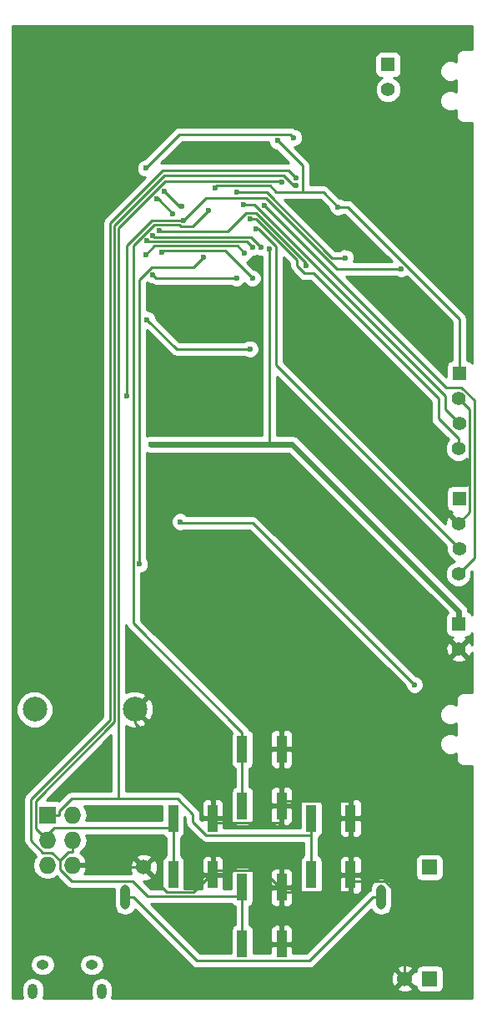
<source format=gbr>
G04 #@! TF.FileFunction,Copper,L2,Bot,Signal*
%FSLAX45Y45*%
G04 Gerber Fmt 4.5, Leading zero omitted, Abs format (unit mm)*
G04 Created by KiCad (PCBNEW 4.0.5+dfsg1-4) date Sat Jun 24 23:26:37 2017*
%MOMM*%
%LPD*%
G01*
G04 APERTURE LIST*
%ADD10C,0.100000*%
%ADD11C,1.524000*%
%ADD12R,1.524000X1.524000*%
%ADD13O,1.250000X0.950000*%
%ADD14O,1.000000X1.550000*%
%ADD15R,1.727200X1.727200*%
%ADD16O,1.727200X1.727200*%
%ADD17O,1.000000X2.500000*%
%ADD18C,2.499360*%
%ADD19R,1.000000X2.750000*%
%ADD20C,1.397000*%
%ADD21R,1.397000X1.397000*%
%ADD22C,0.600000*%
%ADD23C,0.600000*%
%ADD24C,0.250000*%
%ADD25C,0.254000*%
G04 APERTURE END LIST*
D10*
D11*
X8050000Y-13730000D03*
D12*
X8304000Y-13730000D03*
D13*
X4372710Y-13585146D03*
X4872710Y-13585146D03*
D14*
X4272710Y-13855146D03*
X4972710Y-13855146D03*
D11*
X5400000Y-12600000D03*
D12*
X8300000Y-12600000D03*
D15*
X4420000Y-12070000D03*
D16*
X4674000Y-12070000D03*
X4420000Y-12324000D03*
X4674000Y-12324000D03*
X4420000Y-12578000D03*
X4674000Y-12578000D03*
D17*
X5210000Y-12900000D03*
X7810000Y-12900000D03*
D18*
X5308000Y-11000000D03*
X4292000Y-11000000D03*
D19*
X5700000Y-12677500D03*
X5700000Y-12102500D03*
X6100000Y-12102500D03*
X6100000Y-12677500D03*
X6400000Y-13377500D03*
X6400000Y-12802500D03*
X6800000Y-12802500D03*
X6800000Y-13377500D03*
X7100000Y-12677500D03*
X7100000Y-12102500D03*
X7500000Y-12102500D03*
X7500000Y-12677500D03*
X6400000Y-11977500D03*
X6400000Y-11402500D03*
X6800000Y-11402500D03*
X6800000Y-11977500D03*
D20*
X8593904Y-7847000D03*
X8606096Y-8101000D03*
D21*
X8606096Y-7593000D03*
D20*
X8593904Y-8355000D03*
X8593904Y-9117000D03*
X8606096Y-9371000D03*
D21*
X8606096Y-8863000D03*
D20*
X8593904Y-9625000D03*
D21*
X8600000Y-10133000D03*
D20*
X8600000Y-10387000D03*
X7880000Y-4717000D03*
D21*
X7880000Y-4463000D03*
D22*
X5476500Y-8311030D03*
X6676160Y-6327710D03*
X4900000Y-12870000D03*
X4190000Y-12880000D03*
X4210000Y-11720000D03*
X6090000Y-8200000D03*
X5830000Y-13110000D03*
X4950000Y-11670000D03*
X4960000Y-12070000D03*
X8070000Y-9260000D03*
X4610000Y-8630000D03*
X4610000Y-8180000D03*
X5860000Y-5330000D03*
X7740000Y-6330000D03*
X8110000Y-6670000D03*
X8170000Y-5180000D03*
X8530000Y-5390000D03*
X7371730Y-5905130D03*
X6756470Y-5235080D03*
X6122360Y-5712630D03*
X5770330Y-9096410D03*
X8147750Y-10749020D03*
X6478230Y-7346480D03*
X5434380Y-7047580D03*
X5420130Y-5513130D03*
X6922800Y-5204120D03*
X5608210Y-5747450D03*
X5783570Y-5901020D03*
X5530020Y-5825640D03*
X5696770Y-5975960D03*
X5558610Y-6149260D03*
X7048380Y-6502790D03*
X5488430Y-6192280D03*
X6587740Y-6312550D03*
X6503650Y-6317310D03*
X5431830Y-6248870D03*
X5580240Y-6364390D03*
X6502400Y-6628020D03*
X5421540Y-6390000D03*
X6422400Y-6374750D03*
X5492390Y-6597480D03*
X6342400Y-6626080D03*
X6798810Y-5654430D03*
X6946350Y-5691150D03*
X6946820Y-5609500D03*
X6413480Y-5879590D03*
X6478010Y-6029350D03*
X6541330Y-6127710D03*
X6627470Y-5887340D03*
X7446920Y-6421060D03*
X6343700Y-5754520D03*
X6059360Y-5943400D03*
X5358100Y-9527340D03*
X6004840Y-6415130D03*
X5805860Y-6043760D03*
X8012180Y-6534330D03*
X5229200Y-7823990D03*
D23*
X6675650Y-8311030D02*
X5476500Y-8311030D01*
X8600000Y-10133000D02*
X8600000Y-10003150D01*
X8600000Y-10003150D02*
X6907880Y-8311030D01*
X6907880Y-8311030D02*
X6675650Y-8311030D01*
D24*
X6675650Y-8311030D02*
X6675650Y-6328220D01*
X6675650Y-6328220D02*
X6676160Y-6327710D01*
X4190000Y-12880000D02*
X4190000Y-12420000D01*
X4900000Y-12870000D02*
X4200000Y-12870000D01*
X4200000Y-12870000D02*
X4190000Y-12880000D01*
X4140000Y-11790000D02*
X4210000Y-11720000D01*
X4140000Y-12370000D02*
X4140000Y-11790000D01*
X4190000Y-12420000D02*
X4140000Y-12370000D01*
X4610000Y-8180000D02*
X4610000Y-8630000D01*
X5860000Y-5330000D02*
X5880000Y-5330000D01*
X8170000Y-5180000D02*
X8320000Y-5180000D01*
X8320000Y-5180000D02*
X8530000Y-5390000D01*
X6800000Y-13377500D02*
X6800000Y-13207470D01*
X6800000Y-12847540D02*
X6800000Y-13207470D01*
X6800000Y-12802500D02*
X6800000Y-12825020D01*
X6800000Y-12825020D02*
X6800000Y-12847540D01*
X6607440Y-12632460D02*
X6100000Y-12632460D01*
X6800000Y-12825020D02*
X6607440Y-12632460D01*
X8708490Y-9002410D02*
X8593900Y-9117000D01*
X8708490Y-7961590D02*
X8708490Y-9002410D01*
X8593900Y-7847000D02*
X8708490Y-7961590D01*
X7500000Y-12102500D02*
X7500000Y-12677500D01*
X6800010Y-12847530D02*
X6800000Y-12847540D01*
X7500000Y-12847530D02*
X6800010Y-12847530D01*
X7500000Y-12677500D02*
X7500000Y-12762510D01*
X7500000Y-12762510D02*
X7500000Y-12847530D01*
X8050000Y-12941300D02*
X8050000Y-13730000D01*
X7850250Y-12741550D02*
X8050000Y-12941300D01*
X7520960Y-12741550D02*
X7850250Y-12741550D01*
X7500000Y-12762510D02*
X7520960Y-12741550D01*
X6800000Y-11402500D02*
X6800000Y-11572530D01*
X6100000Y-12677500D02*
X6100000Y-12654980D01*
X6100000Y-12654980D02*
X6100000Y-12632460D01*
X7500000Y-12102500D02*
X7500000Y-11932470D01*
X6800000Y-11932470D02*
X7500000Y-11932470D01*
X6800000Y-11572530D02*
X6800000Y-11932470D01*
X6800000Y-11932470D02*
X6800000Y-11977500D01*
X6145030Y-12147530D02*
X6100000Y-12102500D01*
X6800000Y-12147530D02*
X6145030Y-12147530D01*
X6800000Y-11977500D02*
X6800000Y-12147530D01*
X5400000Y-12615290D02*
X5400000Y-12600000D01*
X5632250Y-12847540D02*
X5400000Y-12615290D01*
X5907440Y-12847540D02*
X5632250Y-12847540D01*
X6100000Y-12654980D02*
X5907440Y-12847540D01*
X4674000Y-12578000D02*
X4792890Y-12578000D01*
X4814890Y-12600000D02*
X4792890Y-12578000D01*
X5400000Y-12600000D02*
X4814890Y-12600000D01*
X5308000Y-11140470D02*
X6100000Y-11932470D01*
X5308000Y-11000000D02*
X5308000Y-11140470D01*
X6100000Y-12102500D02*
X6100000Y-11932470D01*
X7010330Y-5488940D02*
X6756470Y-5235080D01*
X7010330Y-5755300D02*
X7010330Y-5488940D01*
X7221900Y-5755300D02*
X7010330Y-5755300D01*
X7371730Y-5905130D02*
X7221900Y-5755300D01*
X7471420Y-5905130D02*
X7371730Y-5905130D01*
X8606100Y-7039810D02*
X7471420Y-5905130D01*
X8606100Y-7593000D02*
X8606100Y-7039810D01*
X6143000Y-5691990D02*
X6122360Y-5712630D01*
X6683510Y-5691990D02*
X6143000Y-5691990D01*
X6746820Y-5755300D02*
X6683510Y-5691990D01*
X7010330Y-5755300D02*
X6746820Y-5755300D01*
X6507080Y-9108350D02*
X8147750Y-10749020D01*
X5782260Y-9108350D02*
X6507080Y-9108350D01*
X5782260Y-9108340D02*
X5782260Y-9108350D01*
X5770330Y-9096410D02*
X5782260Y-9108340D01*
X5733280Y-7346480D02*
X5434380Y-7047580D01*
X6478230Y-7346480D02*
X5733280Y-7346480D01*
X5764240Y-5169020D02*
X5420130Y-5513130D01*
X6887700Y-5169020D02*
X5764240Y-5169020D01*
X6922800Y-5204120D02*
X6887700Y-5169020D01*
X5761780Y-5901020D02*
X5608210Y-5747450D01*
X5783570Y-5901020D02*
X5761780Y-5901020D01*
X5546450Y-5825640D02*
X5696770Y-5975960D01*
X5530020Y-5825640D02*
X5546450Y-5825640D01*
X7048370Y-6502790D02*
X7048380Y-6502790D01*
X7048370Y-6472180D02*
X7048370Y-6502790D01*
X6542990Y-5966800D02*
X7048370Y-6472180D01*
X6439320Y-5966800D02*
X6542990Y-5966800D01*
X6254800Y-6151320D02*
X6439320Y-5966800D01*
X5560670Y-6151320D02*
X6254800Y-6151320D01*
X5558610Y-6149260D02*
X5560670Y-6151320D01*
X6486980Y-6211790D02*
X6587740Y-6312550D01*
X5507940Y-6211790D02*
X6486980Y-6211790D01*
X5488430Y-6192280D02*
X5507940Y-6211790D01*
X6443160Y-6256820D02*
X6503650Y-6317310D01*
X5439780Y-6256820D02*
X6443160Y-6256820D01*
X5431830Y-6248870D02*
X5439780Y-6256820D01*
X6223610Y-6349230D02*
X6502400Y-6628020D01*
X5595400Y-6349230D02*
X6223610Y-6349230D01*
X5580240Y-6364390D02*
X5595400Y-6349230D01*
X6349510Y-6301860D02*
X6422400Y-6374750D01*
X5509680Y-6301860D02*
X6349510Y-6301860D01*
X5421540Y-6390000D02*
X5509680Y-6301860D01*
X5520990Y-6626080D02*
X5492390Y-6597480D01*
X6342400Y-6626080D02*
X5520990Y-6626080D01*
X4420000Y-12070000D02*
X4538890Y-12070000D01*
X4667230Y-11904510D02*
X5146580Y-11904510D01*
X4538890Y-12032850D02*
X4667230Y-11904510D01*
X4538890Y-12070000D02*
X4538890Y-12032850D01*
X5740130Y-11904510D02*
X5146580Y-11904510D01*
X5900000Y-12064380D02*
X5740130Y-11904510D01*
X5900000Y-12143540D02*
X5900000Y-12064380D01*
X6030930Y-12274470D02*
X5900000Y-12143540D01*
X7100000Y-12274470D02*
X6030930Y-12274470D01*
X7100000Y-12102500D02*
X7100000Y-12274470D01*
X7100000Y-12274470D02*
X7100000Y-12677500D01*
X5146580Y-6119940D02*
X5146580Y-11904510D01*
X5619560Y-5646960D02*
X5146580Y-6119940D01*
X6791340Y-5646960D02*
X5619560Y-5646960D01*
X6798810Y-5654430D02*
X6791340Y-5646960D01*
X4420000Y-12324000D02*
X4301140Y-12205140D01*
X4301140Y-12205140D02*
X4301140Y-11925181D01*
X4301140Y-11925181D02*
X5101579Y-11124742D01*
X5101579Y-11124742D02*
X5101579Y-6098391D01*
X5101579Y-6098391D02*
X5611840Y-5588130D01*
X5611840Y-5588130D02*
X6820950Y-5588130D01*
X6820950Y-5588130D02*
X6923970Y-5691150D01*
X6923970Y-5691150D02*
X6946350Y-5691150D01*
X4420000Y-12324000D02*
X4420000Y-12264550D01*
X4420000Y-12264550D02*
X4390260Y-12264550D01*
X5700000Y-12102500D02*
X5700000Y-12197000D01*
X5700000Y-12197000D02*
X5700000Y-12677500D01*
X4487550Y-12197000D02*
X4420000Y-12264550D01*
X5700000Y-12197000D02*
X4487550Y-12197000D01*
X4547000Y-12532740D02*
X4465260Y-12451000D01*
X4465260Y-12451000D02*
X4376490Y-12451000D01*
X4376490Y-12451000D02*
X4252680Y-12327190D01*
X5056578Y-6070642D02*
X5591370Y-5535850D01*
X4252680Y-12327190D02*
X4252680Y-11910000D01*
X4252680Y-11910000D02*
X5056578Y-11106102D01*
X5056578Y-11106102D02*
X5056578Y-6070642D01*
X5591370Y-5535850D02*
X6873170Y-5535850D01*
X6873170Y-5535850D02*
X6946820Y-5609500D01*
X4674000Y-12324000D02*
X4674000Y-12442890D01*
X6400000Y-12802500D02*
X6400000Y-12892860D01*
X6400000Y-12892860D02*
X6400000Y-13377500D01*
X4547000Y-12619600D02*
X4547000Y-12532740D01*
X4667040Y-12739640D02*
X4547000Y-12619600D01*
X5288440Y-12739640D02*
X4667040Y-12739640D01*
X5441660Y-12892860D02*
X5288440Y-12739640D01*
X6400000Y-12892860D02*
X5441660Y-12892860D01*
X4636850Y-12442890D02*
X4674000Y-12442890D01*
X4547000Y-12532740D02*
X4636850Y-12442890D01*
X6413480Y-5879590D02*
X6519470Y-5879590D01*
X6519470Y-5879590D02*
X7114120Y-6474240D01*
X7114120Y-6474240D02*
X7114240Y-6474240D01*
X7114240Y-6474240D02*
X8460000Y-7820000D01*
X8460000Y-7820000D02*
X8460000Y-7954900D01*
X8460000Y-7954900D02*
X8606100Y-8101000D01*
X8606096Y-8101000D02*
X8460000Y-7954904D01*
X8593904Y-8355000D02*
X8593904Y-8256217D01*
X6954800Y-6500000D02*
X6954800Y-6445470D01*
X8593904Y-8256217D02*
X8390000Y-8052313D01*
X8390000Y-8052313D02*
X8390000Y-7850000D01*
X8390000Y-7850000D02*
X7120000Y-6580000D01*
X7120000Y-6580000D02*
X7034800Y-6580000D01*
X7034800Y-6580000D02*
X6954800Y-6500000D01*
X6538680Y-6029350D02*
X6478010Y-6029350D01*
X6954800Y-6445470D02*
X6538680Y-6029350D01*
X6565350Y-6127710D02*
X6541330Y-6127710D01*
X6741870Y-6304230D02*
X6565350Y-6127710D01*
X6741870Y-7506770D02*
X6741870Y-6304230D01*
X8606100Y-9371000D02*
X6741870Y-7506770D01*
X8473280Y-7733150D02*
X6627470Y-5887340D01*
X8626770Y-7733150D02*
X8473280Y-7733150D01*
X8754150Y-7860530D02*
X8626770Y-7733150D01*
X8754150Y-9464750D02*
X8754150Y-7860530D01*
X8593900Y-9625000D02*
X8754150Y-9464750D01*
X6343700Y-5754530D02*
X6343700Y-5754520D01*
X6646790Y-5754530D02*
X6343700Y-5754530D01*
X7313320Y-6421060D02*
X6646790Y-5754530D01*
X7446920Y-6421060D02*
X7313320Y-6421060D01*
X6400000Y-11977500D02*
X6400000Y-11402500D01*
X6400000Y-11402500D02*
X6400000Y-11232470D01*
X5896470Y-6106290D02*
X6059360Y-5943400D01*
X5779960Y-6106290D02*
X5896470Y-6106290D01*
X5760390Y-6086720D02*
X5779960Y-6106290D01*
X5505530Y-6086720D02*
X5760390Y-6086720D01*
X5295570Y-6296680D02*
X5505530Y-6086720D01*
X5295570Y-10128040D02*
X5295570Y-6296680D01*
X6400000Y-11232470D02*
X5295570Y-10128040D01*
X5902140Y-6517830D02*
X6004840Y-6415130D01*
X5483080Y-6517830D02*
X5902140Y-6517830D01*
X5358100Y-6642810D02*
X5483080Y-6517830D01*
X5358100Y-9527340D02*
X5358100Y-6642810D01*
X5229200Y-6296840D02*
X5229200Y-7823990D01*
X5484360Y-6041680D02*
X5229200Y-6296840D01*
X5803780Y-6041680D02*
X5484360Y-6041680D01*
X5805860Y-6043760D02*
X5803780Y-6041680D01*
X6032570Y-5817050D02*
X5805860Y-6043760D01*
X6645620Y-5817050D02*
X6032570Y-5817050D01*
X7362900Y-6534330D02*
X6645620Y-5817050D01*
X8012180Y-6534330D02*
X7362900Y-6534330D01*
X5940070Y-13547540D02*
X5292530Y-12900000D01*
X7079930Y-13547540D02*
X5940070Y-13547540D01*
X7727470Y-12900000D02*
X7079930Y-13547540D01*
X7810000Y-12900000D02*
X7727470Y-12900000D01*
X5210000Y-12900000D02*
X5292530Y-12900000D01*
D25*
G36*
X8729000Y-4309000D02*
X8640000Y-4309000D01*
X8612830Y-4314405D01*
X8589795Y-4329795D01*
X8574405Y-4352830D01*
X8569000Y-4380000D01*
X8569000Y-4435979D01*
X8534177Y-4421519D01*
X8491013Y-4421481D01*
X8451120Y-4437965D01*
X8420572Y-4468460D01*
X8404019Y-4508323D01*
X8403981Y-4551487D01*
X8420465Y-4591380D01*
X8450960Y-4621928D01*
X8490823Y-4638481D01*
X8533987Y-4638519D01*
X8569000Y-4624052D01*
X8569000Y-4735979D01*
X8534177Y-4721519D01*
X8491013Y-4721481D01*
X8451120Y-4737965D01*
X8420572Y-4768460D01*
X8404019Y-4808323D01*
X8403981Y-4851487D01*
X8420465Y-4891380D01*
X8450960Y-4921928D01*
X8490823Y-4938481D01*
X8533987Y-4938519D01*
X8569000Y-4924052D01*
X8569000Y-4980000D01*
X8574405Y-5007171D01*
X8589795Y-5030205D01*
X8612830Y-5045595D01*
X8640000Y-5051000D01*
X8729000Y-5051000D01*
X8729000Y-7488332D01*
X8722355Y-7478006D01*
X8701135Y-7463507D01*
X8682100Y-7459652D01*
X8682100Y-7039810D01*
X8676315Y-7010726D01*
X8676315Y-7010726D01*
X8659840Y-6986070D01*
X7525160Y-5851390D01*
X7500504Y-5834915D01*
X7471420Y-5829130D01*
X7427976Y-5829130D01*
X7424763Y-5825911D01*
X7390410Y-5811646D01*
X7385722Y-5811642D01*
X7275640Y-5701560D01*
X7250984Y-5685085D01*
X7221900Y-5679300D01*
X7086330Y-5679300D01*
X7086330Y-5488940D01*
X7080545Y-5459856D01*
X7064070Y-5435200D01*
X6926493Y-5297623D01*
X6941317Y-5297636D01*
X6975694Y-5283432D01*
X7002019Y-5257153D01*
X7016284Y-5222800D01*
X7016316Y-5185603D01*
X7002112Y-5151226D01*
X6975833Y-5124901D01*
X6941480Y-5110636D01*
X6934481Y-5110630D01*
X6916784Y-5098805D01*
X6887700Y-5093020D01*
X5764240Y-5093020D01*
X5735156Y-5098805D01*
X5710500Y-5115280D01*
X5406162Y-5419618D01*
X5401613Y-5419614D01*
X5367236Y-5433818D01*
X5340911Y-5460097D01*
X5326646Y-5494450D01*
X5326614Y-5531647D01*
X5340818Y-5566024D01*
X5367097Y-5592349D01*
X5401450Y-5606614D01*
X5413116Y-5606624D01*
X5002838Y-6016902D01*
X4986363Y-6041558D01*
X4980578Y-6070642D01*
X4980578Y-11074622D01*
X4198940Y-11856260D01*
X4182465Y-11880916D01*
X4176680Y-11910000D01*
X4176680Y-12327190D01*
X4182465Y-12356274D01*
X4198940Y-12380930D01*
X4302664Y-12484654D01*
X4278612Y-12520651D01*
X4267204Y-12578000D01*
X4278612Y-12635349D01*
X4311097Y-12683967D01*
X4359715Y-12716453D01*
X4417064Y-12727860D01*
X4422936Y-12727860D01*
X4480285Y-12716453D01*
X4513907Y-12693987D01*
X4613300Y-12793380D01*
X4637956Y-12809855D01*
X4667040Y-12815640D01*
X5097627Y-12815640D01*
X5096500Y-12821307D01*
X5096500Y-12978693D01*
X5105140Y-13022127D01*
X5129743Y-13058949D01*
X5166565Y-13083553D01*
X5210000Y-13092193D01*
X5253435Y-13083553D01*
X5290257Y-13058949D01*
X5311783Y-13026733D01*
X5886330Y-13601280D01*
X5910986Y-13617755D01*
X5940070Y-13623540D01*
X7079930Y-13623540D01*
X7109014Y-13617755D01*
X7133670Y-13601280D01*
X7708217Y-13026733D01*
X7729743Y-13058949D01*
X7766565Y-13083553D01*
X7810000Y-13092193D01*
X7853435Y-13083553D01*
X7890257Y-13058949D01*
X7914860Y-13022127D01*
X7923500Y-12978693D01*
X7923500Y-12821307D01*
X7914860Y-12777872D01*
X7890257Y-12741050D01*
X7853435Y-12716447D01*
X7810000Y-12707807D01*
X7766565Y-12716447D01*
X7729743Y-12741050D01*
X7705140Y-12777872D01*
X7696500Y-12821307D01*
X7696500Y-12831045D01*
X7673730Y-12846260D01*
X7048450Y-13471540D01*
X6913500Y-13471540D01*
X6913500Y-13406075D01*
X6897625Y-13390200D01*
X6812700Y-13390200D01*
X6812700Y-13392200D01*
X6787300Y-13392200D01*
X6787300Y-13390200D01*
X6702375Y-13390200D01*
X6686500Y-13406075D01*
X6686500Y-13471540D01*
X6514744Y-13471540D01*
X6514744Y-13240000D01*
X6512367Y-13227369D01*
X6686500Y-13227369D01*
X6686500Y-13348925D01*
X6702375Y-13364800D01*
X6787300Y-13364800D01*
X6787300Y-13192375D01*
X6812700Y-13192375D01*
X6812700Y-13364800D01*
X6897625Y-13364800D01*
X6913500Y-13348925D01*
X6913500Y-13227369D01*
X6903833Y-13204030D01*
X6885970Y-13186167D01*
X6862631Y-13176500D01*
X6828575Y-13176500D01*
X6812700Y-13192375D01*
X6787300Y-13192375D01*
X6771425Y-13176500D01*
X6737369Y-13176500D01*
X6714030Y-13186167D01*
X6696167Y-13204030D01*
X6686500Y-13227369D01*
X6512367Y-13227369D01*
X6510316Y-13216468D01*
X6496409Y-13194856D01*
X6476000Y-13180911D01*
X6476000Y-12998728D01*
X6495144Y-12986409D01*
X6509643Y-12965189D01*
X6514744Y-12940000D01*
X6514744Y-12831075D01*
X6686500Y-12831075D01*
X6686500Y-12952631D01*
X6696167Y-12975970D01*
X6714030Y-12993833D01*
X6737369Y-13003500D01*
X6771425Y-13003500D01*
X6787300Y-12987625D01*
X6787300Y-12815200D01*
X6812700Y-12815200D01*
X6812700Y-12987625D01*
X6828575Y-13003500D01*
X6862631Y-13003500D01*
X6885970Y-12993833D01*
X6903833Y-12975970D01*
X6913500Y-12952631D01*
X6913500Y-12831075D01*
X6897625Y-12815200D01*
X6812700Y-12815200D01*
X6787300Y-12815200D01*
X6702375Y-12815200D01*
X6686500Y-12831075D01*
X6514744Y-12831075D01*
X6514744Y-12665000D01*
X6512367Y-12652369D01*
X6686500Y-12652369D01*
X6686500Y-12773925D01*
X6702375Y-12789800D01*
X6787300Y-12789800D01*
X6787300Y-12617375D01*
X6812700Y-12617375D01*
X6812700Y-12789800D01*
X6897625Y-12789800D01*
X6913500Y-12773925D01*
X6913500Y-12652369D01*
X6903833Y-12629030D01*
X6885970Y-12611167D01*
X6862631Y-12601500D01*
X6828575Y-12601500D01*
X6812700Y-12617375D01*
X6787300Y-12617375D01*
X6771425Y-12601500D01*
X6737369Y-12601500D01*
X6714030Y-12611167D01*
X6696167Y-12629030D01*
X6686500Y-12652369D01*
X6512367Y-12652369D01*
X6510316Y-12641468D01*
X6496409Y-12619856D01*
X6475189Y-12605357D01*
X6450000Y-12600256D01*
X6350000Y-12600256D01*
X6326468Y-12604684D01*
X6304856Y-12618591D01*
X6290357Y-12639811D01*
X6285256Y-12665000D01*
X6285256Y-12816860D01*
X6213500Y-12816860D01*
X6213500Y-12706075D01*
X6197625Y-12690200D01*
X6112700Y-12690200D01*
X6112700Y-12692200D01*
X6087300Y-12692200D01*
X6087300Y-12690200D01*
X6002375Y-12690200D01*
X5986500Y-12706075D01*
X5986500Y-12816860D01*
X5814367Y-12816860D01*
X5814744Y-12815000D01*
X5814744Y-12540000D01*
X5812367Y-12527369D01*
X5986500Y-12527369D01*
X5986500Y-12648925D01*
X6002375Y-12664800D01*
X6087300Y-12664800D01*
X6087300Y-12492375D01*
X6112700Y-12492375D01*
X6112700Y-12664800D01*
X6197625Y-12664800D01*
X6213500Y-12648925D01*
X6213500Y-12527369D01*
X6203833Y-12504030D01*
X6185970Y-12486167D01*
X6162631Y-12476500D01*
X6128575Y-12476500D01*
X6112700Y-12492375D01*
X6087300Y-12492375D01*
X6071425Y-12476500D01*
X6037369Y-12476500D01*
X6014030Y-12486167D01*
X5996167Y-12504030D01*
X5986500Y-12527369D01*
X5812367Y-12527369D01*
X5810316Y-12516468D01*
X5796409Y-12494856D01*
X5776000Y-12480911D01*
X5776000Y-12298728D01*
X5795144Y-12286409D01*
X5809643Y-12265189D01*
X5814744Y-12240000D01*
X5814744Y-12086604D01*
X5824000Y-12095860D01*
X5824000Y-12143540D01*
X5829785Y-12172624D01*
X5846260Y-12197280D01*
X5977190Y-12328210D01*
X6001846Y-12344685D01*
X6030930Y-12350470D01*
X7024000Y-12350470D01*
X7024000Y-12481272D01*
X7004856Y-12493591D01*
X6990357Y-12514811D01*
X6985256Y-12540000D01*
X6985256Y-12815000D01*
X6989684Y-12838532D01*
X7003591Y-12860144D01*
X7024811Y-12874643D01*
X7050000Y-12879744D01*
X7150000Y-12879744D01*
X7173532Y-12875316D01*
X7195144Y-12861409D01*
X7209643Y-12840189D01*
X7214744Y-12815000D01*
X7214744Y-12706075D01*
X7386500Y-12706075D01*
X7386500Y-12827631D01*
X7396167Y-12850970D01*
X7414030Y-12868833D01*
X7437369Y-12878500D01*
X7471425Y-12878500D01*
X7487300Y-12862625D01*
X7487300Y-12690200D01*
X7512700Y-12690200D01*
X7512700Y-12862625D01*
X7528575Y-12878500D01*
X7562631Y-12878500D01*
X7585970Y-12868833D01*
X7603833Y-12850970D01*
X7613500Y-12827631D01*
X7613500Y-12706075D01*
X7597625Y-12690200D01*
X7512700Y-12690200D01*
X7487300Y-12690200D01*
X7402375Y-12690200D01*
X7386500Y-12706075D01*
X7214744Y-12706075D01*
X7214744Y-12540000D01*
X7212367Y-12527369D01*
X7386500Y-12527369D01*
X7386500Y-12648925D01*
X7402375Y-12664800D01*
X7487300Y-12664800D01*
X7487300Y-12492375D01*
X7512700Y-12492375D01*
X7512700Y-12664800D01*
X7597625Y-12664800D01*
X7613500Y-12648925D01*
X7613500Y-12527369D01*
X7612022Y-12523800D01*
X8159056Y-12523800D01*
X8159056Y-12676200D01*
X8163484Y-12699732D01*
X8177391Y-12721344D01*
X8198611Y-12735843D01*
X8223800Y-12740944D01*
X8376200Y-12740944D01*
X8399732Y-12736516D01*
X8421344Y-12722609D01*
X8435843Y-12701389D01*
X8440944Y-12676200D01*
X8440944Y-12523800D01*
X8436516Y-12500268D01*
X8422609Y-12478656D01*
X8401389Y-12464157D01*
X8376200Y-12459056D01*
X8223800Y-12459056D01*
X8200268Y-12463484D01*
X8178656Y-12477391D01*
X8164157Y-12498611D01*
X8159056Y-12523800D01*
X7612022Y-12523800D01*
X7603833Y-12504030D01*
X7585970Y-12486167D01*
X7562631Y-12476500D01*
X7528575Y-12476500D01*
X7512700Y-12492375D01*
X7487300Y-12492375D01*
X7471425Y-12476500D01*
X7437369Y-12476500D01*
X7414030Y-12486167D01*
X7396167Y-12504030D01*
X7386500Y-12527369D01*
X7212367Y-12527369D01*
X7210316Y-12516468D01*
X7196409Y-12494856D01*
X7176000Y-12480911D01*
X7176000Y-12298728D01*
X7195144Y-12286409D01*
X7209643Y-12265189D01*
X7214744Y-12240000D01*
X7214744Y-12131075D01*
X7386500Y-12131075D01*
X7386500Y-12252631D01*
X7396167Y-12275970D01*
X7414030Y-12293833D01*
X7437369Y-12303500D01*
X7471425Y-12303500D01*
X7487300Y-12287625D01*
X7487300Y-12115200D01*
X7512700Y-12115200D01*
X7512700Y-12287625D01*
X7528575Y-12303500D01*
X7562631Y-12303500D01*
X7585970Y-12293833D01*
X7603833Y-12275970D01*
X7613500Y-12252631D01*
X7613500Y-12131075D01*
X7597625Y-12115200D01*
X7512700Y-12115200D01*
X7487300Y-12115200D01*
X7402375Y-12115200D01*
X7386500Y-12131075D01*
X7214744Y-12131075D01*
X7214744Y-11965000D01*
X7212367Y-11952369D01*
X7386500Y-11952369D01*
X7386500Y-12073925D01*
X7402375Y-12089800D01*
X7487300Y-12089800D01*
X7487300Y-11917375D01*
X7512700Y-11917375D01*
X7512700Y-12089800D01*
X7597625Y-12089800D01*
X7613500Y-12073925D01*
X7613500Y-11952369D01*
X7603833Y-11929030D01*
X7585970Y-11911167D01*
X7562631Y-11901500D01*
X7528575Y-11901500D01*
X7512700Y-11917375D01*
X7487300Y-11917375D01*
X7471425Y-11901500D01*
X7437369Y-11901500D01*
X7414030Y-11911167D01*
X7396167Y-11929030D01*
X7386500Y-11952369D01*
X7212367Y-11952369D01*
X7210316Y-11941468D01*
X7196409Y-11919856D01*
X7175189Y-11905357D01*
X7150000Y-11900256D01*
X7050000Y-11900256D01*
X7026468Y-11904684D01*
X7004856Y-11918591D01*
X6990357Y-11939811D01*
X6985256Y-11965000D01*
X6985256Y-12198470D01*
X6213500Y-12198470D01*
X6213500Y-12131075D01*
X6197625Y-12115200D01*
X6112700Y-12115200D01*
X6112700Y-12117200D01*
X6087300Y-12117200D01*
X6087300Y-12115200D01*
X6002375Y-12115200D01*
X5990758Y-12126817D01*
X5976000Y-12112060D01*
X5976000Y-12064380D01*
X5973836Y-12053500D01*
X5970215Y-12035296D01*
X5953740Y-12010640D01*
X5895469Y-11952369D01*
X5986500Y-11952369D01*
X5986500Y-12073925D01*
X6002375Y-12089800D01*
X6087300Y-12089800D01*
X6087300Y-11917375D01*
X6112700Y-11917375D01*
X6112700Y-12089800D01*
X6197625Y-12089800D01*
X6213500Y-12073925D01*
X6213500Y-11952369D01*
X6203833Y-11929030D01*
X6185970Y-11911167D01*
X6162631Y-11901500D01*
X6128575Y-11901500D01*
X6112700Y-11917375D01*
X6087300Y-11917375D01*
X6071425Y-11901500D01*
X6037369Y-11901500D01*
X6014030Y-11911167D01*
X5996167Y-11929030D01*
X5986500Y-11952369D01*
X5895469Y-11952369D01*
X5793870Y-11850770D01*
X5769214Y-11834295D01*
X5740130Y-11828510D01*
X5222580Y-11828510D01*
X5222580Y-11169101D01*
X5275588Y-11189407D01*
X5350538Y-11187393D01*
X5410428Y-11162586D01*
X5423348Y-11133309D01*
X5308000Y-11017961D01*
X5306586Y-11019375D01*
X5288625Y-11001414D01*
X5290040Y-11000000D01*
X5325961Y-11000000D01*
X5441309Y-11115348D01*
X5470586Y-11102428D01*
X5497407Y-11032412D01*
X5495393Y-10957462D01*
X5470586Y-10897573D01*
X5441309Y-10884652D01*
X5325961Y-11000000D01*
X5290040Y-11000000D01*
X5288625Y-10998586D01*
X5306586Y-10980625D01*
X5308000Y-10982040D01*
X5423348Y-10866691D01*
X5410428Y-10837414D01*
X5340412Y-10810593D01*
X5265462Y-10812607D01*
X5222580Y-10830369D01*
X5222580Y-10143172D01*
X5225355Y-10157124D01*
X5241830Y-10181780D01*
X6294215Y-11234165D01*
X6290357Y-11239811D01*
X6285256Y-11265000D01*
X6285256Y-11540000D01*
X6289684Y-11563532D01*
X6303591Y-11585144D01*
X6324000Y-11599089D01*
X6324000Y-11781272D01*
X6304856Y-11793591D01*
X6290357Y-11814811D01*
X6285256Y-11840000D01*
X6285256Y-12115000D01*
X6289684Y-12138532D01*
X6303591Y-12160144D01*
X6324811Y-12174643D01*
X6350000Y-12179744D01*
X6450000Y-12179744D01*
X6473532Y-12175316D01*
X6495144Y-12161409D01*
X6509643Y-12140189D01*
X6514744Y-12115000D01*
X6514744Y-12006075D01*
X6686500Y-12006075D01*
X6686500Y-12127631D01*
X6696167Y-12150970D01*
X6714030Y-12168833D01*
X6737369Y-12178500D01*
X6771425Y-12178500D01*
X6787300Y-12162625D01*
X6787300Y-11990200D01*
X6812700Y-11990200D01*
X6812700Y-12162625D01*
X6828575Y-12178500D01*
X6862631Y-12178500D01*
X6885970Y-12168833D01*
X6903833Y-12150970D01*
X6913500Y-12127631D01*
X6913500Y-12006075D01*
X6897625Y-11990200D01*
X6812700Y-11990200D01*
X6787300Y-11990200D01*
X6702375Y-11990200D01*
X6686500Y-12006075D01*
X6514744Y-12006075D01*
X6514744Y-11840000D01*
X6512367Y-11827369D01*
X6686500Y-11827369D01*
X6686500Y-11948925D01*
X6702375Y-11964800D01*
X6787300Y-11964800D01*
X6787300Y-11792375D01*
X6812700Y-11792375D01*
X6812700Y-11964800D01*
X6897625Y-11964800D01*
X6913500Y-11948925D01*
X6913500Y-11827369D01*
X6903833Y-11804030D01*
X6885970Y-11786167D01*
X6862631Y-11776500D01*
X6828575Y-11776500D01*
X6812700Y-11792375D01*
X6787300Y-11792375D01*
X6771425Y-11776500D01*
X6737369Y-11776500D01*
X6714030Y-11786167D01*
X6696167Y-11804030D01*
X6686500Y-11827369D01*
X6512367Y-11827369D01*
X6510316Y-11816468D01*
X6496409Y-11794856D01*
X6476000Y-11780911D01*
X6476000Y-11598728D01*
X6495144Y-11586409D01*
X6509643Y-11565189D01*
X6514744Y-11540000D01*
X6514744Y-11431075D01*
X6686500Y-11431075D01*
X6686500Y-11552631D01*
X6696167Y-11575970D01*
X6714030Y-11593833D01*
X6737369Y-11603500D01*
X6771425Y-11603500D01*
X6787300Y-11587625D01*
X6787300Y-11415200D01*
X6812700Y-11415200D01*
X6812700Y-11587625D01*
X6828575Y-11603500D01*
X6862631Y-11603500D01*
X6885970Y-11593833D01*
X6903833Y-11575970D01*
X6913500Y-11552631D01*
X6913500Y-11431075D01*
X6897625Y-11415200D01*
X6812700Y-11415200D01*
X6787300Y-11415200D01*
X6702375Y-11415200D01*
X6686500Y-11431075D01*
X6514744Y-11431075D01*
X6514744Y-11265000D01*
X6512367Y-11252369D01*
X6686500Y-11252369D01*
X6686500Y-11373925D01*
X6702375Y-11389800D01*
X6787300Y-11389800D01*
X6787300Y-11217375D01*
X6812700Y-11217375D01*
X6812700Y-11389800D01*
X6897625Y-11389800D01*
X6913500Y-11373925D01*
X6913500Y-11252369D01*
X6903833Y-11229030D01*
X6885970Y-11211167D01*
X6862631Y-11201500D01*
X6828575Y-11201500D01*
X6812700Y-11217375D01*
X6787300Y-11217375D01*
X6771425Y-11201500D01*
X6737369Y-11201500D01*
X6714030Y-11211167D01*
X6696167Y-11229030D01*
X6686500Y-11252369D01*
X6512367Y-11252369D01*
X6510316Y-11241468D01*
X6496409Y-11219856D01*
X6475189Y-11205357D01*
X6470414Y-11204390D01*
X6470215Y-11203386D01*
X6453740Y-11178730D01*
X5371570Y-10096560D01*
X5371570Y-9620852D01*
X5376617Y-9620856D01*
X5410994Y-9606652D01*
X5437319Y-9580373D01*
X5451584Y-9546020D01*
X5451616Y-9508823D01*
X5437412Y-9474446D01*
X5434100Y-9471128D01*
X5434100Y-9114927D01*
X5676814Y-9114927D01*
X5691018Y-9149304D01*
X5717297Y-9175629D01*
X5751650Y-9189894D01*
X5788847Y-9189926D01*
X5802342Y-9184350D01*
X6475600Y-9184350D01*
X8054238Y-10762988D01*
X8054234Y-10767537D01*
X8068438Y-10801914D01*
X8094717Y-10828239D01*
X8129070Y-10842504D01*
X8166267Y-10842536D01*
X8200644Y-10828332D01*
X8226969Y-10802053D01*
X8241234Y-10767700D01*
X8241266Y-10730503D01*
X8227062Y-10696126D01*
X8200783Y-10669801D01*
X8166430Y-10655536D01*
X8161742Y-10655532D01*
X7986629Y-10480419D01*
X8524542Y-10480419D01*
X8530707Y-10503980D01*
X8580748Y-10521593D01*
X8633720Y-10518715D01*
X8669293Y-10503980D01*
X8675458Y-10480419D01*
X8600000Y-10404961D01*
X8524542Y-10480419D01*
X7986629Y-10480419D01*
X7873958Y-10367748D01*
X8465407Y-10367748D01*
X8468285Y-10420720D01*
X8483020Y-10456293D01*
X8506581Y-10462458D01*
X8582040Y-10387000D01*
X8506581Y-10311542D01*
X8483020Y-10317707D01*
X8465407Y-10367748D01*
X7873958Y-10367748D01*
X6560820Y-9054610D01*
X6536164Y-9038135D01*
X6507080Y-9032350D01*
X5838495Y-9032350D01*
X5823363Y-9017191D01*
X5789010Y-9002926D01*
X5751813Y-9002894D01*
X5717436Y-9017098D01*
X5691111Y-9043377D01*
X5676846Y-9077730D01*
X5676814Y-9114927D01*
X5434100Y-9114927D01*
X5434100Y-8394664D01*
X5457820Y-8404514D01*
X5495017Y-8404546D01*
X5495056Y-8404530D01*
X6869151Y-8404530D01*
X8483527Y-10018906D01*
X8470507Y-10037961D01*
X8465406Y-10063150D01*
X8465406Y-10202850D01*
X8469834Y-10226382D01*
X8483741Y-10247994D01*
X8504961Y-10262493D01*
X8530150Y-10267594D01*
X8536564Y-10267594D01*
X8530707Y-10270020D01*
X8524542Y-10293581D01*
X8600000Y-10369040D01*
X8675458Y-10293581D01*
X8669293Y-10270020D01*
X8662400Y-10267594D01*
X8669850Y-10267594D01*
X8693382Y-10263166D01*
X8714994Y-10249259D01*
X8729000Y-10228761D01*
X8729000Y-10346726D01*
X8716980Y-10317707D01*
X8693419Y-10311542D01*
X8617961Y-10387000D01*
X8693419Y-10462458D01*
X8716980Y-10456293D01*
X8729000Y-10422142D01*
X8729000Y-10829000D01*
X8640000Y-10829000D01*
X8612830Y-10834405D01*
X8589795Y-10849795D01*
X8574405Y-10872830D01*
X8569000Y-10900000D01*
X8569000Y-10955979D01*
X8534177Y-10941519D01*
X8491013Y-10941481D01*
X8451120Y-10957965D01*
X8420572Y-10988460D01*
X8404019Y-11028323D01*
X8403981Y-11071487D01*
X8420465Y-11111380D01*
X8450960Y-11141928D01*
X8490823Y-11158481D01*
X8533987Y-11158519D01*
X8569000Y-11144052D01*
X8569000Y-11255979D01*
X8534177Y-11241519D01*
X8491013Y-11241481D01*
X8451120Y-11257965D01*
X8420572Y-11288459D01*
X8404019Y-11328323D01*
X8403981Y-11371487D01*
X8420465Y-11411380D01*
X8450960Y-11441928D01*
X8490823Y-11458481D01*
X8533987Y-11458519D01*
X8569000Y-11444052D01*
X8569000Y-11500000D01*
X8574405Y-11527170D01*
X8589795Y-11550205D01*
X8612830Y-11565595D01*
X8640000Y-11571000D01*
X8729000Y-11571000D01*
X8729000Y-13929000D01*
X5077465Y-13929000D01*
X5077570Y-13928843D01*
X5086210Y-13885408D01*
X5086210Y-13828021D01*
X7969939Y-13828021D01*
X7976886Y-13852240D01*
X8029230Y-13870914D01*
X8084737Y-13868136D01*
X8123114Y-13852240D01*
X8130061Y-13828021D01*
X8050000Y-13747960D01*
X7969939Y-13828021D01*
X5086210Y-13828021D01*
X5086210Y-13824884D01*
X5077570Y-13781449D01*
X5052967Y-13744627D01*
X5016145Y-13720023D01*
X4972710Y-13711384D01*
X4929275Y-13720023D01*
X4892453Y-13744627D01*
X4867850Y-13781449D01*
X4859210Y-13824884D01*
X4859210Y-13885408D01*
X4867850Y-13928843D01*
X4867955Y-13929000D01*
X4377465Y-13929000D01*
X4377570Y-13928843D01*
X4386210Y-13885408D01*
X4386210Y-13824884D01*
X4377570Y-13781449D01*
X4352967Y-13744627D01*
X4316145Y-13720023D01*
X4272710Y-13711384D01*
X4229275Y-13720023D01*
X4192453Y-13744627D01*
X4167850Y-13781449D01*
X4159210Y-13824884D01*
X4159210Y-13885408D01*
X4167850Y-13928843D01*
X4167955Y-13929000D01*
X4071000Y-13929000D01*
X4071000Y-13709230D01*
X7909086Y-13709230D01*
X7911864Y-13764737D01*
X7927760Y-13803114D01*
X7951979Y-13810061D01*
X8032039Y-13730000D01*
X8067960Y-13730000D01*
X8148021Y-13810061D01*
X8163056Y-13805748D01*
X8163056Y-13806200D01*
X8167484Y-13829732D01*
X8181391Y-13851344D01*
X8202611Y-13865843D01*
X8227800Y-13870944D01*
X8380200Y-13870944D01*
X8403732Y-13866516D01*
X8425344Y-13852609D01*
X8439843Y-13831389D01*
X8444944Y-13806200D01*
X8444944Y-13653800D01*
X8440516Y-13630268D01*
X8426609Y-13608656D01*
X8405389Y-13594157D01*
X8380200Y-13589056D01*
X8227800Y-13589056D01*
X8204268Y-13593484D01*
X8182656Y-13607391D01*
X8168157Y-13628611D01*
X8163056Y-13653800D01*
X8163056Y-13654252D01*
X8148021Y-13649939D01*
X8067960Y-13730000D01*
X8032039Y-13730000D01*
X7951979Y-13649939D01*
X7927760Y-13656886D01*
X7909086Y-13709230D01*
X4071000Y-13709230D01*
X4071000Y-13585146D01*
X4244242Y-13585146D01*
X4252691Y-13627624D01*
X4276753Y-13663635D01*
X4312764Y-13687697D01*
X4355242Y-13696146D01*
X4390179Y-13696146D01*
X4432656Y-13687697D01*
X4468667Y-13663635D01*
X4492729Y-13627624D01*
X4501179Y-13585146D01*
X4744242Y-13585146D01*
X4752691Y-13627624D01*
X4776753Y-13663635D01*
X4812764Y-13687697D01*
X4855242Y-13696146D01*
X4890179Y-13696146D01*
X4932656Y-13687697D01*
X4968667Y-13663635D01*
X4989819Y-13631979D01*
X7969939Y-13631979D01*
X8050000Y-13712039D01*
X8130061Y-13631979D01*
X8123114Y-13607760D01*
X8070770Y-13589086D01*
X8015263Y-13591864D01*
X7976886Y-13607760D01*
X7969939Y-13631979D01*
X4989819Y-13631979D01*
X4992729Y-13627624D01*
X5001179Y-13585146D01*
X4992729Y-13542668D01*
X4968667Y-13506657D01*
X4932656Y-13482595D01*
X4890179Y-13474146D01*
X4855242Y-13474146D01*
X4812764Y-13482595D01*
X4776753Y-13506657D01*
X4752691Y-13542668D01*
X4744242Y-13585146D01*
X4501179Y-13585146D01*
X4492729Y-13542668D01*
X4468667Y-13506657D01*
X4432656Y-13482595D01*
X4390179Y-13474146D01*
X4355242Y-13474146D01*
X4312764Y-13482595D01*
X4276753Y-13506657D01*
X4252691Y-13542668D01*
X4244242Y-13585146D01*
X4071000Y-13585146D01*
X4071000Y-11037324D01*
X4103499Y-11037324D01*
X4132131Y-11106619D01*
X4185102Y-11159682D01*
X4254347Y-11188435D01*
X4329324Y-11188501D01*
X4398619Y-11159869D01*
X4451682Y-11106898D01*
X4480435Y-11037653D01*
X4480501Y-10962676D01*
X4451869Y-10893381D01*
X4398898Y-10840318D01*
X4329653Y-10811565D01*
X4254676Y-10811499D01*
X4185381Y-10840131D01*
X4132318Y-10893102D01*
X4103565Y-10962347D01*
X4103499Y-11037324D01*
X4071000Y-11037324D01*
X4071000Y-4393150D01*
X7745406Y-4393150D01*
X7745406Y-4532850D01*
X7749834Y-4556382D01*
X7763741Y-4577994D01*
X7784961Y-4592493D01*
X7810150Y-4597594D01*
X7819788Y-4597594D01*
X7804562Y-4603885D01*
X7767017Y-4641365D01*
X7746673Y-4690359D01*
X7746627Y-4743409D01*
X7766885Y-4792438D01*
X7804365Y-4829983D01*
X7853359Y-4850327D01*
X7906409Y-4850373D01*
X7955438Y-4830115D01*
X7992983Y-4792635D01*
X8013327Y-4743641D01*
X8013373Y-4690591D01*
X7993115Y-4641562D01*
X7955635Y-4604017D01*
X7940166Y-4597594D01*
X7949850Y-4597594D01*
X7973382Y-4593166D01*
X7994994Y-4579259D01*
X8009493Y-4558039D01*
X8014594Y-4532850D01*
X8014594Y-4393150D01*
X8010166Y-4369618D01*
X7996259Y-4348006D01*
X7975039Y-4333507D01*
X7949850Y-4328406D01*
X7810150Y-4328406D01*
X7786618Y-4332834D01*
X7765006Y-4346741D01*
X7750507Y-4367961D01*
X7745406Y-4393150D01*
X4071000Y-4393150D01*
X4071000Y-4071000D01*
X8729000Y-4071000D01*
X8729000Y-4309000D01*
X8729000Y-4309000D01*
G37*
X8729000Y-4309000D02*
X8640000Y-4309000D01*
X8612830Y-4314405D01*
X8589795Y-4329795D01*
X8574405Y-4352830D01*
X8569000Y-4380000D01*
X8569000Y-4435979D01*
X8534177Y-4421519D01*
X8491013Y-4421481D01*
X8451120Y-4437965D01*
X8420572Y-4468460D01*
X8404019Y-4508323D01*
X8403981Y-4551487D01*
X8420465Y-4591380D01*
X8450960Y-4621928D01*
X8490823Y-4638481D01*
X8533987Y-4638519D01*
X8569000Y-4624052D01*
X8569000Y-4735979D01*
X8534177Y-4721519D01*
X8491013Y-4721481D01*
X8451120Y-4737965D01*
X8420572Y-4768460D01*
X8404019Y-4808323D01*
X8403981Y-4851487D01*
X8420465Y-4891380D01*
X8450960Y-4921928D01*
X8490823Y-4938481D01*
X8533987Y-4938519D01*
X8569000Y-4924052D01*
X8569000Y-4980000D01*
X8574405Y-5007171D01*
X8589795Y-5030205D01*
X8612830Y-5045595D01*
X8640000Y-5051000D01*
X8729000Y-5051000D01*
X8729000Y-7488332D01*
X8722355Y-7478006D01*
X8701135Y-7463507D01*
X8682100Y-7459652D01*
X8682100Y-7039810D01*
X8676315Y-7010726D01*
X8676315Y-7010726D01*
X8659840Y-6986070D01*
X7525160Y-5851390D01*
X7500504Y-5834915D01*
X7471420Y-5829130D01*
X7427976Y-5829130D01*
X7424763Y-5825911D01*
X7390410Y-5811646D01*
X7385722Y-5811642D01*
X7275640Y-5701560D01*
X7250984Y-5685085D01*
X7221900Y-5679300D01*
X7086330Y-5679300D01*
X7086330Y-5488940D01*
X7080545Y-5459856D01*
X7064070Y-5435200D01*
X6926493Y-5297623D01*
X6941317Y-5297636D01*
X6975694Y-5283432D01*
X7002019Y-5257153D01*
X7016284Y-5222800D01*
X7016316Y-5185603D01*
X7002112Y-5151226D01*
X6975833Y-5124901D01*
X6941480Y-5110636D01*
X6934481Y-5110630D01*
X6916784Y-5098805D01*
X6887700Y-5093020D01*
X5764240Y-5093020D01*
X5735156Y-5098805D01*
X5710500Y-5115280D01*
X5406162Y-5419618D01*
X5401613Y-5419614D01*
X5367236Y-5433818D01*
X5340911Y-5460097D01*
X5326646Y-5494450D01*
X5326614Y-5531647D01*
X5340818Y-5566024D01*
X5367097Y-5592349D01*
X5401450Y-5606614D01*
X5413116Y-5606624D01*
X5002838Y-6016902D01*
X4986363Y-6041558D01*
X4980578Y-6070642D01*
X4980578Y-11074622D01*
X4198940Y-11856260D01*
X4182465Y-11880916D01*
X4176680Y-11910000D01*
X4176680Y-12327190D01*
X4182465Y-12356274D01*
X4198940Y-12380930D01*
X4302664Y-12484654D01*
X4278612Y-12520651D01*
X4267204Y-12578000D01*
X4278612Y-12635349D01*
X4311097Y-12683967D01*
X4359715Y-12716453D01*
X4417064Y-12727860D01*
X4422936Y-12727860D01*
X4480285Y-12716453D01*
X4513907Y-12693987D01*
X4613300Y-12793380D01*
X4637956Y-12809855D01*
X4667040Y-12815640D01*
X5097627Y-12815640D01*
X5096500Y-12821307D01*
X5096500Y-12978693D01*
X5105140Y-13022127D01*
X5129743Y-13058949D01*
X5166565Y-13083553D01*
X5210000Y-13092193D01*
X5253435Y-13083553D01*
X5290257Y-13058949D01*
X5311783Y-13026733D01*
X5886330Y-13601280D01*
X5910986Y-13617755D01*
X5940070Y-13623540D01*
X7079930Y-13623540D01*
X7109014Y-13617755D01*
X7133670Y-13601280D01*
X7708217Y-13026733D01*
X7729743Y-13058949D01*
X7766565Y-13083553D01*
X7810000Y-13092193D01*
X7853435Y-13083553D01*
X7890257Y-13058949D01*
X7914860Y-13022127D01*
X7923500Y-12978693D01*
X7923500Y-12821307D01*
X7914860Y-12777872D01*
X7890257Y-12741050D01*
X7853435Y-12716447D01*
X7810000Y-12707807D01*
X7766565Y-12716447D01*
X7729743Y-12741050D01*
X7705140Y-12777872D01*
X7696500Y-12821307D01*
X7696500Y-12831045D01*
X7673730Y-12846260D01*
X7048450Y-13471540D01*
X6913500Y-13471540D01*
X6913500Y-13406075D01*
X6897625Y-13390200D01*
X6812700Y-13390200D01*
X6812700Y-13392200D01*
X6787300Y-13392200D01*
X6787300Y-13390200D01*
X6702375Y-13390200D01*
X6686500Y-13406075D01*
X6686500Y-13471540D01*
X6514744Y-13471540D01*
X6514744Y-13240000D01*
X6512367Y-13227369D01*
X6686500Y-13227369D01*
X6686500Y-13348925D01*
X6702375Y-13364800D01*
X6787300Y-13364800D01*
X6787300Y-13192375D01*
X6812700Y-13192375D01*
X6812700Y-13364800D01*
X6897625Y-13364800D01*
X6913500Y-13348925D01*
X6913500Y-13227369D01*
X6903833Y-13204030D01*
X6885970Y-13186167D01*
X6862631Y-13176500D01*
X6828575Y-13176500D01*
X6812700Y-13192375D01*
X6787300Y-13192375D01*
X6771425Y-13176500D01*
X6737369Y-13176500D01*
X6714030Y-13186167D01*
X6696167Y-13204030D01*
X6686500Y-13227369D01*
X6512367Y-13227369D01*
X6510316Y-13216468D01*
X6496409Y-13194856D01*
X6476000Y-13180911D01*
X6476000Y-12998728D01*
X6495144Y-12986409D01*
X6509643Y-12965189D01*
X6514744Y-12940000D01*
X6514744Y-12831075D01*
X6686500Y-12831075D01*
X6686500Y-12952631D01*
X6696167Y-12975970D01*
X6714030Y-12993833D01*
X6737369Y-13003500D01*
X6771425Y-13003500D01*
X6787300Y-12987625D01*
X6787300Y-12815200D01*
X6812700Y-12815200D01*
X6812700Y-12987625D01*
X6828575Y-13003500D01*
X6862631Y-13003500D01*
X6885970Y-12993833D01*
X6903833Y-12975970D01*
X6913500Y-12952631D01*
X6913500Y-12831075D01*
X6897625Y-12815200D01*
X6812700Y-12815200D01*
X6787300Y-12815200D01*
X6702375Y-12815200D01*
X6686500Y-12831075D01*
X6514744Y-12831075D01*
X6514744Y-12665000D01*
X6512367Y-12652369D01*
X6686500Y-12652369D01*
X6686500Y-12773925D01*
X6702375Y-12789800D01*
X6787300Y-12789800D01*
X6787300Y-12617375D01*
X6812700Y-12617375D01*
X6812700Y-12789800D01*
X6897625Y-12789800D01*
X6913500Y-12773925D01*
X6913500Y-12652369D01*
X6903833Y-12629030D01*
X6885970Y-12611167D01*
X6862631Y-12601500D01*
X6828575Y-12601500D01*
X6812700Y-12617375D01*
X6787300Y-12617375D01*
X6771425Y-12601500D01*
X6737369Y-12601500D01*
X6714030Y-12611167D01*
X6696167Y-12629030D01*
X6686500Y-12652369D01*
X6512367Y-12652369D01*
X6510316Y-12641468D01*
X6496409Y-12619856D01*
X6475189Y-12605357D01*
X6450000Y-12600256D01*
X6350000Y-12600256D01*
X6326468Y-12604684D01*
X6304856Y-12618591D01*
X6290357Y-12639811D01*
X6285256Y-12665000D01*
X6285256Y-12816860D01*
X6213500Y-12816860D01*
X6213500Y-12706075D01*
X6197625Y-12690200D01*
X6112700Y-12690200D01*
X6112700Y-12692200D01*
X6087300Y-12692200D01*
X6087300Y-12690200D01*
X6002375Y-12690200D01*
X5986500Y-12706075D01*
X5986500Y-12816860D01*
X5814367Y-12816860D01*
X5814744Y-12815000D01*
X5814744Y-12540000D01*
X5812367Y-12527369D01*
X5986500Y-12527369D01*
X5986500Y-12648925D01*
X6002375Y-12664800D01*
X6087300Y-12664800D01*
X6087300Y-12492375D01*
X6112700Y-12492375D01*
X6112700Y-12664800D01*
X6197625Y-12664800D01*
X6213500Y-12648925D01*
X6213500Y-12527369D01*
X6203833Y-12504030D01*
X6185970Y-12486167D01*
X6162631Y-12476500D01*
X6128575Y-12476500D01*
X6112700Y-12492375D01*
X6087300Y-12492375D01*
X6071425Y-12476500D01*
X6037369Y-12476500D01*
X6014030Y-12486167D01*
X5996167Y-12504030D01*
X5986500Y-12527369D01*
X5812367Y-12527369D01*
X5810316Y-12516468D01*
X5796409Y-12494856D01*
X5776000Y-12480911D01*
X5776000Y-12298728D01*
X5795144Y-12286409D01*
X5809643Y-12265189D01*
X5814744Y-12240000D01*
X5814744Y-12086604D01*
X5824000Y-12095860D01*
X5824000Y-12143540D01*
X5829785Y-12172624D01*
X5846260Y-12197280D01*
X5977190Y-12328210D01*
X6001846Y-12344685D01*
X6030930Y-12350470D01*
X7024000Y-12350470D01*
X7024000Y-12481272D01*
X7004856Y-12493591D01*
X6990357Y-12514811D01*
X6985256Y-12540000D01*
X6985256Y-12815000D01*
X6989684Y-12838532D01*
X7003591Y-12860144D01*
X7024811Y-12874643D01*
X7050000Y-12879744D01*
X7150000Y-12879744D01*
X7173532Y-12875316D01*
X7195144Y-12861409D01*
X7209643Y-12840189D01*
X7214744Y-12815000D01*
X7214744Y-12706075D01*
X7386500Y-12706075D01*
X7386500Y-12827631D01*
X7396167Y-12850970D01*
X7414030Y-12868833D01*
X7437369Y-12878500D01*
X7471425Y-12878500D01*
X7487300Y-12862625D01*
X7487300Y-12690200D01*
X7512700Y-12690200D01*
X7512700Y-12862625D01*
X7528575Y-12878500D01*
X7562631Y-12878500D01*
X7585970Y-12868833D01*
X7603833Y-12850970D01*
X7613500Y-12827631D01*
X7613500Y-12706075D01*
X7597625Y-12690200D01*
X7512700Y-12690200D01*
X7487300Y-12690200D01*
X7402375Y-12690200D01*
X7386500Y-12706075D01*
X7214744Y-12706075D01*
X7214744Y-12540000D01*
X7212367Y-12527369D01*
X7386500Y-12527369D01*
X7386500Y-12648925D01*
X7402375Y-12664800D01*
X7487300Y-12664800D01*
X7487300Y-12492375D01*
X7512700Y-12492375D01*
X7512700Y-12664800D01*
X7597625Y-12664800D01*
X7613500Y-12648925D01*
X7613500Y-12527369D01*
X7612022Y-12523800D01*
X8159056Y-12523800D01*
X8159056Y-12676200D01*
X8163484Y-12699732D01*
X8177391Y-12721344D01*
X8198611Y-12735843D01*
X8223800Y-12740944D01*
X8376200Y-12740944D01*
X8399732Y-12736516D01*
X8421344Y-12722609D01*
X8435843Y-12701389D01*
X8440944Y-12676200D01*
X8440944Y-12523800D01*
X8436516Y-12500268D01*
X8422609Y-12478656D01*
X8401389Y-12464157D01*
X8376200Y-12459056D01*
X8223800Y-12459056D01*
X8200268Y-12463484D01*
X8178656Y-12477391D01*
X8164157Y-12498611D01*
X8159056Y-12523800D01*
X7612022Y-12523800D01*
X7603833Y-12504030D01*
X7585970Y-12486167D01*
X7562631Y-12476500D01*
X7528575Y-12476500D01*
X7512700Y-12492375D01*
X7487300Y-12492375D01*
X7471425Y-12476500D01*
X7437369Y-12476500D01*
X7414030Y-12486167D01*
X7396167Y-12504030D01*
X7386500Y-12527369D01*
X7212367Y-12527369D01*
X7210316Y-12516468D01*
X7196409Y-12494856D01*
X7176000Y-12480911D01*
X7176000Y-12298728D01*
X7195144Y-12286409D01*
X7209643Y-12265189D01*
X7214744Y-12240000D01*
X7214744Y-12131075D01*
X7386500Y-12131075D01*
X7386500Y-12252631D01*
X7396167Y-12275970D01*
X7414030Y-12293833D01*
X7437369Y-12303500D01*
X7471425Y-12303500D01*
X7487300Y-12287625D01*
X7487300Y-12115200D01*
X7512700Y-12115200D01*
X7512700Y-12287625D01*
X7528575Y-12303500D01*
X7562631Y-12303500D01*
X7585970Y-12293833D01*
X7603833Y-12275970D01*
X7613500Y-12252631D01*
X7613500Y-12131075D01*
X7597625Y-12115200D01*
X7512700Y-12115200D01*
X7487300Y-12115200D01*
X7402375Y-12115200D01*
X7386500Y-12131075D01*
X7214744Y-12131075D01*
X7214744Y-11965000D01*
X7212367Y-11952369D01*
X7386500Y-11952369D01*
X7386500Y-12073925D01*
X7402375Y-12089800D01*
X7487300Y-12089800D01*
X7487300Y-11917375D01*
X7512700Y-11917375D01*
X7512700Y-12089800D01*
X7597625Y-12089800D01*
X7613500Y-12073925D01*
X7613500Y-11952369D01*
X7603833Y-11929030D01*
X7585970Y-11911167D01*
X7562631Y-11901500D01*
X7528575Y-11901500D01*
X7512700Y-11917375D01*
X7487300Y-11917375D01*
X7471425Y-11901500D01*
X7437369Y-11901500D01*
X7414030Y-11911167D01*
X7396167Y-11929030D01*
X7386500Y-11952369D01*
X7212367Y-11952369D01*
X7210316Y-11941468D01*
X7196409Y-11919856D01*
X7175189Y-11905357D01*
X7150000Y-11900256D01*
X7050000Y-11900256D01*
X7026468Y-11904684D01*
X7004856Y-11918591D01*
X6990357Y-11939811D01*
X6985256Y-11965000D01*
X6985256Y-12198470D01*
X6213500Y-12198470D01*
X6213500Y-12131075D01*
X6197625Y-12115200D01*
X6112700Y-12115200D01*
X6112700Y-12117200D01*
X6087300Y-12117200D01*
X6087300Y-12115200D01*
X6002375Y-12115200D01*
X5990758Y-12126817D01*
X5976000Y-12112060D01*
X5976000Y-12064380D01*
X5973836Y-12053500D01*
X5970215Y-12035296D01*
X5953740Y-12010640D01*
X5895469Y-11952369D01*
X5986500Y-11952369D01*
X5986500Y-12073925D01*
X6002375Y-12089800D01*
X6087300Y-12089800D01*
X6087300Y-11917375D01*
X6112700Y-11917375D01*
X6112700Y-12089800D01*
X6197625Y-12089800D01*
X6213500Y-12073925D01*
X6213500Y-11952369D01*
X6203833Y-11929030D01*
X6185970Y-11911167D01*
X6162631Y-11901500D01*
X6128575Y-11901500D01*
X6112700Y-11917375D01*
X6087300Y-11917375D01*
X6071425Y-11901500D01*
X6037369Y-11901500D01*
X6014030Y-11911167D01*
X5996167Y-11929030D01*
X5986500Y-11952369D01*
X5895469Y-11952369D01*
X5793870Y-11850770D01*
X5769214Y-11834295D01*
X5740130Y-11828510D01*
X5222580Y-11828510D01*
X5222580Y-11169101D01*
X5275588Y-11189407D01*
X5350538Y-11187393D01*
X5410428Y-11162586D01*
X5423348Y-11133309D01*
X5308000Y-11017961D01*
X5306586Y-11019375D01*
X5288625Y-11001414D01*
X5290040Y-11000000D01*
X5325961Y-11000000D01*
X5441309Y-11115348D01*
X5470586Y-11102428D01*
X5497407Y-11032412D01*
X5495393Y-10957462D01*
X5470586Y-10897573D01*
X5441309Y-10884652D01*
X5325961Y-11000000D01*
X5290040Y-11000000D01*
X5288625Y-10998586D01*
X5306586Y-10980625D01*
X5308000Y-10982040D01*
X5423348Y-10866691D01*
X5410428Y-10837414D01*
X5340412Y-10810593D01*
X5265462Y-10812607D01*
X5222580Y-10830369D01*
X5222580Y-10143172D01*
X5225355Y-10157124D01*
X5241830Y-10181780D01*
X6294215Y-11234165D01*
X6290357Y-11239811D01*
X6285256Y-11265000D01*
X6285256Y-11540000D01*
X6289684Y-11563532D01*
X6303591Y-11585144D01*
X6324000Y-11599089D01*
X6324000Y-11781272D01*
X6304856Y-11793591D01*
X6290357Y-11814811D01*
X6285256Y-11840000D01*
X6285256Y-12115000D01*
X6289684Y-12138532D01*
X6303591Y-12160144D01*
X6324811Y-12174643D01*
X6350000Y-12179744D01*
X6450000Y-12179744D01*
X6473532Y-12175316D01*
X6495144Y-12161409D01*
X6509643Y-12140189D01*
X6514744Y-12115000D01*
X6514744Y-12006075D01*
X6686500Y-12006075D01*
X6686500Y-12127631D01*
X6696167Y-12150970D01*
X6714030Y-12168833D01*
X6737369Y-12178500D01*
X6771425Y-12178500D01*
X6787300Y-12162625D01*
X6787300Y-11990200D01*
X6812700Y-11990200D01*
X6812700Y-12162625D01*
X6828575Y-12178500D01*
X6862631Y-12178500D01*
X6885970Y-12168833D01*
X6903833Y-12150970D01*
X6913500Y-12127631D01*
X6913500Y-12006075D01*
X6897625Y-11990200D01*
X6812700Y-11990200D01*
X6787300Y-11990200D01*
X6702375Y-11990200D01*
X6686500Y-12006075D01*
X6514744Y-12006075D01*
X6514744Y-11840000D01*
X6512367Y-11827369D01*
X6686500Y-11827369D01*
X6686500Y-11948925D01*
X6702375Y-11964800D01*
X6787300Y-11964800D01*
X6787300Y-11792375D01*
X6812700Y-11792375D01*
X6812700Y-11964800D01*
X6897625Y-11964800D01*
X6913500Y-11948925D01*
X6913500Y-11827369D01*
X6903833Y-11804030D01*
X6885970Y-11786167D01*
X6862631Y-11776500D01*
X6828575Y-11776500D01*
X6812700Y-11792375D01*
X6787300Y-11792375D01*
X6771425Y-11776500D01*
X6737369Y-11776500D01*
X6714030Y-11786167D01*
X6696167Y-11804030D01*
X6686500Y-11827369D01*
X6512367Y-11827369D01*
X6510316Y-11816468D01*
X6496409Y-11794856D01*
X6476000Y-11780911D01*
X6476000Y-11598728D01*
X6495144Y-11586409D01*
X6509643Y-11565189D01*
X6514744Y-11540000D01*
X6514744Y-11431075D01*
X6686500Y-11431075D01*
X6686500Y-11552631D01*
X6696167Y-11575970D01*
X6714030Y-11593833D01*
X6737369Y-11603500D01*
X6771425Y-11603500D01*
X6787300Y-11587625D01*
X6787300Y-11415200D01*
X6812700Y-11415200D01*
X6812700Y-11587625D01*
X6828575Y-11603500D01*
X6862631Y-11603500D01*
X6885970Y-11593833D01*
X6903833Y-11575970D01*
X6913500Y-11552631D01*
X6913500Y-11431075D01*
X6897625Y-11415200D01*
X6812700Y-11415200D01*
X6787300Y-11415200D01*
X6702375Y-11415200D01*
X6686500Y-11431075D01*
X6514744Y-11431075D01*
X6514744Y-11265000D01*
X6512367Y-11252369D01*
X6686500Y-11252369D01*
X6686500Y-11373925D01*
X6702375Y-11389800D01*
X6787300Y-11389800D01*
X6787300Y-11217375D01*
X6812700Y-11217375D01*
X6812700Y-11389800D01*
X6897625Y-11389800D01*
X6913500Y-11373925D01*
X6913500Y-11252369D01*
X6903833Y-11229030D01*
X6885970Y-11211167D01*
X6862631Y-11201500D01*
X6828575Y-11201500D01*
X6812700Y-11217375D01*
X6787300Y-11217375D01*
X6771425Y-11201500D01*
X6737369Y-11201500D01*
X6714030Y-11211167D01*
X6696167Y-11229030D01*
X6686500Y-11252369D01*
X6512367Y-11252369D01*
X6510316Y-11241468D01*
X6496409Y-11219856D01*
X6475189Y-11205357D01*
X6470414Y-11204390D01*
X6470215Y-11203386D01*
X6453740Y-11178730D01*
X5371570Y-10096560D01*
X5371570Y-9620852D01*
X5376617Y-9620856D01*
X5410994Y-9606652D01*
X5437319Y-9580373D01*
X5451584Y-9546020D01*
X5451616Y-9508823D01*
X5437412Y-9474446D01*
X5434100Y-9471128D01*
X5434100Y-9114927D01*
X5676814Y-9114927D01*
X5691018Y-9149304D01*
X5717297Y-9175629D01*
X5751650Y-9189894D01*
X5788847Y-9189926D01*
X5802342Y-9184350D01*
X6475600Y-9184350D01*
X8054238Y-10762988D01*
X8054234Y-10767537D01*
X8068438Y-10801914D01*
X8094717Y-10828239D01*
X8129070Y-10842504D01*
X8166267Y-10842536D01*
X8200644Y-10828332D01*
X8226969Y-10802053D01*
X8241234Y-10767700D01*
X8241266Y-10730503D01*
X8227062Y-10696126D01*
X8200783Y-10669801D01*
X8166430Y-10655536D01*
X8161742Y-10655532D01*
X7986629Y-10480419D01*
X8524542Y-10480419D01*
X8530707Y-10503980D01*
X8580748Y-10521593D01*
X8633720Y-10518715D01*
X8669293Y-10503980D01*
X8675458Y-10480419D01*
X8600000Y-10404961D01*
X8524542Y-10480419D01*
X7986629Y-10480419D01*
X7873958Y-10367748D01*
X8465407Y-10367748D01*
X8468285Y-10420720D01*
X8483020Y-10456293D01*
X8506581Y-10462458D01*
X8582040Y-10387000D01*
X8506581Y-10311542D01*
X8483020Y-10317707D01*
X8465407Y-10367748D01*
X7873958Y-10367748D01*
X6560820Y-9054610D01*
X6536164Y-9038135D01*
X6507080Y-9032350D01*
X5838495Y-9032350D01*
X5823363Y-9017191D01*
X5789010Y-9002926D01*
X5751813Y-9002894D01*
X5717436Y-9017098D01*
X5691111Y-9043377D01*
X5676846Y-9077730D01*
X5676814Y-9114927D01*
X5434100Y-9114927D01*
X5434100Y-8394664D01*
X5457820Y-8404514D01*
X5495017Y-8404546D01*
X5495056Y-8404530D01*
X6869151Y-8404530D01*
X8483527Y-10018906D01*
X8470507Y-10037961D01*
X8465406Y-10063150D01*
X8465406Y-10202850D01*
X8469834Y-10226382D01*
X8483741Y-10247994D01*
X8504961Y-10262493D01*
X8530150Y-10267594D01*
X8536564Y-10267594D01*
X8530707Y-10270020D01*
X8524542Y-10293581D01*
X8600000Y-10369040D01*
X8675458Y-10293581D01*
X8669293Y-10270020D01*
X8662400Y-10267594D01*
X8669850Y-10267594D01*
X8693382Y-10263166D01*
X8714994Y-10249259D01*
X8729000Y-10228761D01*
X8729000Y-10346726D01*
X8716980Y-10317707D01*
X8693419Y-10311542D01*
X8617961Y-10387000D01*
X8693419Y-10462458D01*
X8716980Y-10456293D01*
X8729000Y-10422142D01*
X8729000Y-10829000D01*
X8640000Y-10829000D01*
X8612830Y-10834405D01*
X8589795Y-10849795D01*
X8574405Y-10872830D01*
X8569000Y-10900000D01*
X8569000Y-10955979D01*
X8534177Y-10941519D01*
X8491013Y-10941481D01*
X8451120Y-10957965D01*
X8420572Y-10988460D01*
X8404019Y-11028323D01*
X8403981Y-11071487D01*
X8420465Y-11111380D01*
X8450960Y-11141928D01*
X8490823Y-11158481D01*
X8533987Y-11158519D01*
X8569000Y-11144052D01*
X8569000Y-11255979D01*
X8534177Y-11241519D01*
X8491013Y-11241481D01*
X8451120Y-11257965D01*
X8420572Y-11288459D01*
X8404019Y-11328323D01*
X8403981Y-11371487D01*
X8420465Y-11411380D01*
X8450960Y-11441928D01*
X8490823Y-11458481D01*
X8533987Y-11458519D01*
X8569000Y-11444052D01*
X8569000Y-11500000D01*
X8574405Y-11527170D01*
X8589795Y-11550205D01*
X8612830Y-11565595D01*
X8640000Y-11571000D01*
X8729000Y-11571000D01*
X8729000Y-13929000D01*
X5077465Y-13929000D01*
X5077570Y-13928843D01*
X5086210Y-13885408D01*
X5086210Y-13828021D01*
X7969939Y-13828021D01*
X7976886Y-13852240D01*
X8029230Y-13870914D01*
X8084737Y-13868136D01*
X8123114Y-13852240D01*
X8130061Y-13828021D01*
X8050000Y-13747960D01*
X7969939Y-13828021D01*
X5086210Y-13828021D01*
X5086210Y-13824884D01*
X5077570Y-13781449D01*
X5052967Y-13744627D01*
X5016145Y-13720023D01*
X4972710Y-13711384D01*
X4929275Y-13720023D01*
X4892453Y-13744627D01*
X4867850Y-13781449D01*
X4859210Y-13824884D01*
X4859210Y-13885408D01*
X4867850Y-13928843D01*
X4867955Y-13929000D01*
X4377465Y-13929000D01*
X4377570Y-13928843D01*
X4386210Y-13885408D01*
X4386210Y-13824884D01*
X4377570Y-13781449D01*
X4352967Y-13744627D01*
X4316145Y-13720023D01*
X4272710Y-13711384D01*
X4229275Y-13720023D01*
X4192453Y-13744627D01*
X4167850Y-13781449D01*
X4159210Y-13824884D01*
X4159210Y-13885408D01*
X4167850Y-13928843D01*
X4167955Y-13929000D01*
X4071000Y-13929000D01*
X4071000Y-13709230D01*
X7909086Y-13709230D01*
X7911864Y-13764737D01*
X7927760Y-13803114D01*
X7951979Y-13810061D01*
X8032039Y-13730000D01*
X8067960Y-13730000D01*
X8148021Y-13810061D01*
X8163056Y-13805748D01*
X8163056Y-13806200D01*
X8167484Y-13829732D01*
X8181391Y-13851344D01*
X8202611Y-13865843D01*
X8227800Y-13870944D01*
X8380200Y-13870944D01*
X8403732Y-13866516D01*
X8425344Y-13852609D01*
X8439843Y-13831389D01*
X8444944Y-13806200D01*
X8444944Y-13653800D01*
X8440516Y-13630268D01*
X8426609Y-13608656D01*
X8405389Y-13594157D01*
X8380200Y-13589056D01*
X8227800Y-13589056D01*
X8204268Y-13593484D01*
X8182656Y-13607391D01*
X8168157Y-13628611D01*
X8163056Y-13653800D01*
X8163056Y-13654252D01*
X8148021Y-13649939D01*
X8067960Y-13730000D01*
X8032039Y-13730000D01*
X7951979Y-13649939D01*
X7927760Y-13656886D01*
X7909086Y-13709230D01*
X4071000Y-13709230D01*
X4071000Y-13585146D01*
X4244242Y-13585146D01*
X4252691Y-13627624D01*
X4276753Y-13663635D01*
X4312764Y-13687697D01*
X4355242Y-13696146D01*
X4390179Y-13696146D01*
X4432656Y-13687697D01*
X4468667Y-13663635D01*
X4492729Y-13627624D01*
X4501179Y-13585146D01*
X4744242Y-13585146D01*
X4752691Y-13627624D01*
X4776753Y-13663635D01*
X4812764Y-13687697D01*
X4855242Y-13696146D01*
X4890179Y-13696146D01*
X4932656Y-13687697D01*
X4968667Y-13663635D01*
X4989819Y-13631979D01*
X7969939Y-13631979D01*
X8050000Y-13712039D01*
X8130061Y-13631979D01*
X8123114Y-13607760D01*
X8070770Y-13589086D01*
X8015263Y-13591864D01*
X7976886Y-13607760D01*
X7969939Y-13631979D01*
X4989819Y-13631979D01*
X4992729Y-13627624D01*
X5001179Y-13585146D01*
X4992729Y-13542668D01*
X4968667Y-13506657D01*
X4932656Y-13482595D01*
X4890179Y-13474146D01*
X4855242Y-13474146D01*
X4812764Y-13482595D01*
X4776753Y-13506657D01*
X4752691Y-13542668D01*
X4744242Y-13585146D01*
X4501179Y-13585146D01*
X4492729Y-13542668D01*
X4468667Y-13506657D01*
X4432656Y-13482595D01*
X4390179Y-13474146D01*
X4355242Y-13474146D01*
X4312764Y-13482595D01*
X4276753Y-13506657D01*
X4252691Y-13542668D01*
X4244242Y-13585146D01*
X4071000Y-13585146D01*
X4071000Y-11037324D01*
X4103499Y-11037324D01*
X4132131Y-11106619D01*
X4185102Y-11159682D01*
X4254347Y-11188435D01*
X4329324Y-11188501D01*
X4398619Y-11159869D01*
X4451682Y-11106898D01*
X4480435Y-11037653D01*
X4480501Y-10962676D01*
X4451869Y-10893381D01*
X4398898Y-10840318D01*
X4329653Y-10811565D01*
X4254676Y-10811499D01*
X4185381Y-10840131D01*
X4132318Y-10893102D01*
X4103565Y-10962347D01*
X4103499Y-11037324D01*
X4071000Y-11037324D01*
X4071000Y-4393150D01*
X7745406Y-4393150D01*
X7745406Y-4532850D01*
X7749834Y-4556382D01*
X7763741Y-4577994D01*
X7784961Y-4592493D01*
X7810150Y-4597594D01*
X7819788Y-4597594D01*
X7804562Y-4603885D01*
X7767017Y-4641365D01*
X7746673Y-4690359D01*
X7746627Y-4743409D01*
X7766885Y-4792438D01*
X7804365Y-4829983D01*
X7853359Y-4850327D01*
X7906409Y-4850373D01*
X7955438Y-4830115D01*
X7992983Y-4792635D01*
X8013327Y-4743641D01*
X8013373Y-4690591D01*
X7993115Y-4641562D01*
X7955635Y-4604017D01*
X7940166Y-4597594D01*
X7949850Y-4597594D01*
X7973382Y-4593166D01*
X7994994Y-4579259D01*
X8009493Y-4558039D01*
X8014594Y-4532850D01*
X8014594Y-4393150D01*
X8010166Y-4369618D01*
X7996259Y-4348006D01*
X7975039Y-4333507D01*
X7949850Y-4328406D01*
X7810150Y-4328406D01*
X7786618Y-4332834D01*
X7765006Y-4346741D01*
X7750507Y-4367961D01*
X7745406Y-4393150D01*
X4071000Y-4393150D01*
X4071000Y-4071000D01*
X8729000Y-4071000D01*
X8729000Y-4309000D01*
G36*
X6303591Y-12985144D02*
X6324000Y-12999089D01*
X6324000Y-13181272D01*
X6304856Y-13193591D01*
X6290357Y-13214811D01*
X6285256Y-13240000D01*
X6285256Y-13471540D01*
X5971550Y-13471540D01*
X5468870Y-12968860D01*
X6293112Y-12968860D01*
X6303591Y-12985144D01*
X6303591Y-12985144D01*
G37*
X6303591Y-12985144D02*
X6324000Y-12999089D01*
X6324000Y-13181272D01*
X6304856Y-13193591D01*
X6290357Y-13214811D01*
X6285256Y-13240000D01*
X6285256Y-13471540D01*
X5971550Y-13471540D01*
X5468870Y-12968860D01*
X6293112Y-12968860D01*
X6303591Y-12985144D01*
G36*
X5603591Y-12285144D02*
X5624000Y-12299089D01*
X5624000Y-12481272D01*
X5604856Y-12493591D01*
X5590357Y-12514811D01*
X5585256Y-12540000D01*
X5585256Y-12815000D01*
X5585606Y-12816860D01*
X5473140Y-12816860D01*
X5396338Y-12740058D01*
X5434737Y-12738136D01*
X5473114Y-12722240D01*
X5480061Y-12698021D01*
X5400000Y-12617960D01*
X5398586Y-12619375D01*
X5380625Y-12601414D01*
X5382040Y-12600000D01*
X5417961Y-12600000D01*
X5498021Y-12680061D01*
X5522240Y-12673114D01*
X5540914Y-12620770D01*
X5538136Y-12565263D01*
X5522240Y-12526886D01*
X5498021Y-12519939D01*
X5417961Y-12600000D01*
X5382040Y-12600000D01*
X5301979Y-12519939D01*
X5277760Y-12526886D01*
X5259086Y-12579230D01*
X5261864Y-12634737D01*
X5273836Y-12663640D01*
X4794834Y-12663640D01*
X4802269Y-12655495D01*
X4819496Y-12613903D01*
X4807382Y-12590700D01*
X4686700Y-12590700D01*
X4686700Y-12592700D01*
X4661300Y-12592700D01*
X4661300Y-12590700D01*
X4659300Y-12590700D01*
X4659300Y-12565300D01*
X4661300Y-12565300D01*
X4661300Y-12563300D01*
X4686700Y-12563300D01*
X4686700Y-12565300D01*
X4807382Y-12565300D01*
X4819496Y-12542097D01*
X4802879Y-12501979D01*
X5319939Y-12501979D01*
X5400000Y-12582039D01*
X5480061Y-12501979D01*
X5473114Y-12477760D01*
X5420770Y-12459086D01*
X5365263Y-12461864D01*
X5326886Y-12477760D01*
X5319939Y-12501979D01*
X4802879Y-12501979D01*
X4802269Y-12500505D01*
X4762849Y-12457318D01*
X4750577Y-12451566D01*
X4782903Y-12429967D01*
X4815389Y-12381349D01*
X4826796Y-12324000D01*
X4816651Y-12273000D01*
X5595776Y-12273000D01*
X5603591Y-12285144D01*
X5603591Y-12285144D01*
G37*
X5603591Y-12285144D02*
X5624000Y-12299089D01*
X5624000Y-12481272D01*
X5604856Y-12493591D01*
X5590357Y-12514811D01*
X5585256Y-12540000D01*
X5585256Y-12815000D01*
X5585606Y-12816860D01*
X5473140Y-12816860D01*
X5396338Y-12740058D01*
X5434737Y-12738136D01*
X5473114Y-12722240D01*
X5480061Y-12698021D01*
X5400000Y-12617960D01*
X5398586Y-12619375D01*
X5380625Y-12601414D01*
X5382040Y-12600000D01*
X5417961Y-12600000D01*
X5498021Y-12680061D01*
X5522240Y-12673114D01*
X5540914Y-12620770D01*
X5538136Y-12565263D01*
X5522240Y-12526886D01*
X5498021Y-12519939D01*
X5417961Y-12600000D01*
X5382040Y-12600000D01*
X5301979Y-12519939D01*
X5277760Y-12526886D01*
X5259086Y-12579230D01*
X5261864Y-12634737D01*
X5273836Y-12663640D01*
X4794834Y-12663640D01*
X4802269Y-12655495D01*
X4819496Y-12613903D01*
X4807382Y-12590700D01*
X4686700Y-12590700D01*
X4686700Y-12592700D01*
X4661300Y-12592700D01*
X4661300Y-12590700D01*
X4659300Y-12590700D01*
X4659300Y-12565300D01*
X4661300Y-12565300D01*
X4661300Y-12563300D01*
X4686700Y-12563300D01*
X4686700Y-12565300D01*
X4807382Y-12565300D01*
X4819496Y-12542097D01*
X4802879Y-12501979D01*
X5319939Y-12501979D01*
X5400000Y-12582039D01*
X5480061Y-12501979D01*
X5473114Y-12477760D01*
X5420770Y-12459086D01*
X5365263Y-12461864D01*
X5326886Y-12477760D01*
X5319939Y-12501979D01*
X4802879Y-12501979D01*
X4802269Y-12500505D01*
X4762849Y-12457318D01*
X4750577Y-12451566D01*
X4782903Y-12429967D01*
X4815389Y-12381349D01*
X4826796Y-12324000D01*
X4816651Y-12273000D01*
X5595776Y-12273000D01*
X5603591Y-12285144D01*
G36*
X5585256Y-12121000D02*
X4816651Y-12121000D01*
X4826796Y-12070000D01*
X4815389Y-12012651D01*
X4793913Y-11980510D01*
X5585256Y-11980510D01*
X5585256Y-12121000D01*
X5585256Y-12121000D01*
G37*
X5585256Y-12121000D02*
X4816651Y-12121000D01*
X4826796Y-12070000D01*
X4815389Y-12012651D01*
X4793913Y-11980510D01*
X5585256Y-11980510D01*
X5585256Y-12121000D01*
G36*
X5070580Y-11828510D02*
X4667230Y-11828510D01*
X4638146Y-11834295D01*
X4613490Y-11850770D01*
X4536726Y-11927534D01*
X4531549Y-11923997D01*
X4506360Y-11918896D01*
X4414905Y-11918896D01*
X5070580Y-11263221D01*
X5070580Y-11828510D01*
X5070580Y-11828510D01*
G37*
X5070580Y-11828510D02*
X4667230Y-11828510D01*
X4638146Y-11834295D01*
X4613490Y-11850770D01*
X4536726Y-11927534D01*
X4531549Y-11923997D01*
X4506360Y-11918896D01*
X4414905Y-11918896D01*
X5070580Y-11263221D01*
X5070580Y-11828510D01*
G36*
X8472769Y-9345149D02*
X8472723Y-9397409D01*
X8492981Y-9446438D01*
X8530461Y-9483983D01*
X8558160Y-9495484D01*
X8518466Y-9511885D01*
X8480921Y-9549365D01*
X8460577Y-9598359D01*
X8460531Y-9651409D01*
X8480789Y-9700438D01*
X8518269Y-9737983D01*
X8567263Y-9758327D01*
X8620313Y-9758373D01*
X8669342Y-9738115D01*
X8706887Y-9700635D01*
X8727231Y-9651641D01*
X8727277Y-9599104D01*
X8729000Y-9597380D01*
X8729000Y-10037806D01*
X8716259Y-10018006D01*
X8695039Y-10003507D01*
X8693500Y-10003195D01*
X8693500Y-10003151D01*
X8693500Y-10003150D01*
X8686383Y-9967369D01*
X8686383Y-9967369D01*
X8666115Y-9937036D01*
X6973994Y-8244915D01*
X6943661Y-8224647D01*
X6907880Y-8217530D01*
X6751650Y-8217530D01*
X6751650Y-7624030D01*
X8472769Y-9345149D01*
X8472769Y-9345149D01*
G37*
X8472769Y-9345149D02*
X8472723Y-9397409D01*
X8492981Y-9446438D01*
X8530461Y-9483983D01*
X8558160Y-9495484D01*
X8518466Y-9511885D01*
X8480921Y-9549365D01*
X8460577Y-9598359D01*
X8460531Y-9651409D01*
X8480789Y-9700438D01*
X8518269Y-9737983D01*
X8567263Y-9758327D01*
X8620313Y-9758373D01*
X8669342Y-9738115D01*
X8706887Y-9700635D01*
X8727231Y-9651641D01*
X8727277Y-9599104D01*
X8729000Y-9597380D01*
X8729000Y-10037806D01*
X8716259Y-10018006D01*
X8695039Y-10003507D01*
X8693500Y-10003195D01*
X8693500Y-10003151D01*
X8693500Y-10003150D01*
X8686383Y-9967369D01*
X8686383Y-9967369D01*
X8666115Y-9937036D01*
X6973994Y-8244915D01*
X6943661Y-8224647D01*
X6907880Y-8217530D01*
X6751650Y-8217530D01*
X6751650Y-7624030D01*
X8472769Y-9345149D01*
G36*
X6878800Y-6476950D02*
X6878800Y-6500000D01*
X6884585Y-6529084D01*
X6901060Y-6553740D01*
X6981060Y-6633740D01*
X7005716Y-6650215D01*
X7034800Y-6656000D01*
X7088520Y-6656000D01*
X8314000Y-7881480D01*
X8314000Y-8052313D01*
X8319785Y-8081397D01*
X8336260Y-8106053D01*
X8495259Y-8265052D01*
X8480921Y-8279365D01*
X8460577Y-8328359D01*
X8460531Y-8381409D01*
X8480789Y-8430438D01*
X8518269Y-8467983D01*
X8567263Y-8488327D01*
X8620313Y-8488373D01*
X8669342Y-8468115D01*
X8678150Y-8459322D01*
X8678150Y-8728852D01*
X8675946Y-8728406D01*
X8536246Y-8728406D01*
X8512714Y-8732834D01*
X8491102Y-8746741D01*
X8476603Y-8767961D01*
X8471502Y-8793150D01*
X8471502Y-8932850D01*
X8475930Y-8956382D01*
X8489837Y-8977994D01*
X8511057Y-8992493D01*
X8532365Y-8996808D01*
X8524611Y-9000020D01*
X8518446Y-9023581D01*
X8593904Y-9099040D01*
X8595318Y-9097625D01*
X8613279Y-9115586D01*
X8611865Y-9117000D01*
X8613279Y-9118414D01*
X8595318Y-9136375D01*
X8593904Y-9134961D01*
X8592490Y-9136375D01*
X8574529Y-9118414D01*
X8575944Y-9117000D01*
X8500485Y-9041542D01*
X8476924Y-9047707D01*
X8459311Y-9097748D01*
X8460402Y-9117822D01*
X6817870Y-7475290D01*
X6817870Y-6416020D01*
X6878800Y-6476950D01*
X6878800Y-6476950D01*
G37*
X6878800Y-6476950D02*
X6878800Y-6500000D01*
X6884585Y-6529084D01*
X6901060Y-6553740D01*
X6981060Y-6633740D01*
X7005716Y-6650215D01*
X7034800Y-6656000D01*
X7088520Y-6656000D01*
X8314000Y-7881480D01*
X8314000Y-8052313D01*
X8319785Y-8081397D01*
X8336260Y-8106053D01*
X8495259Y-8265052D01*
X8480921Y-8279365D01*
X8460577Y-8328359D01*
X8460531Y-8381409D01*
X8480789Y-8430438D01*
X8518269Y-8467983D01*
X8567263Y-8488327D01*
X8620313Y-8488373D01*
X8669342Y-8468115D01*
X8678150Y-8459322D01*
X8678150Y-8728852D01*
X8675946Y-8728406D01*
X8536246Y-8728406D01*
X8512714Y-8732834D01*
X8491102Y-8746741D01*
X8476603Y-8767961D01*
X8471502Y-8793150D01*
X8471502Y-8932850D01*
X8475930Y-8956382D01*
X8489837Y-8977994D01*
X8511057Y-8992493D01*
X8532365Y-8996808D01*
X8524611Y-9000020D01*
X8518446Y-9023581D01*
X8593904Y-9099040D01*
X8595318Y-9097625D01*
X8613279Y-9115586D01*
X8611865Y-9117000D01*
X8613279Y-9118414D01*
X8595318Y-9136375D01*
X8593904Y-9134961D01*
X8592490Y-9136375D01*
X8574529Y-9118414D01*
X8575944Y-9117000D01*
X8500485Y-9041542D01*
X8476924Y-9047707D01*
X8459311Y-9097748D01*
X8460402Y-9117822D01*
X6817870Y-7475290D01*
X6817870Y-6416020D01*
X6878800Y-6476950D01*
G36*
X6569060Y-6406034D02*
X6599650Y-6406060D01*
X6599650Y-8217530D01*
X5476582Y-8217530D01*
X5457983Y-8217514D01*
X5434100Y-8227382D01*
X5434100Y-7154780D01*
X5679540Y-7400220D01*
X5704196Y-7416695D01*
X5733280Y-7422480D01*
X6421984Y-7422480D01*
X6425197Y-7425699D01*
X6459550Y-7439964D01*
X6496747Y-7439996D01*
X6531124Y-7425792D01*
X6557449Y-7399513D01*
X6571714Y-7365160D01*
X6571746Y-7327963D01*
X6557542Y-7293586D01*
X6531263Y-7267261D01*
X6496910Y-7252996D01*
X6459713Y-7252964D01*
X6425336Y-7267168D01*
X6422018Y-7270480D01*
X5764760Y-7270480D01*
X5527892Y-7033612D01*
X5527896Y-7029063D01*
X5513692Y-6994686D01*
X5487413Y-6968361D01*
X5453060Y-6954096D01*
X5434100Y-6954080D01*
X5434100Y-6674290D01*
X5435528Y-6672863D01*
X5439357Y-6676699D01*
X5473710Y-6690964D01*
X5483941Y-6690973D01*
X5491906Y-6696295D01*
X5520990Y-6702080D01*
X6286154Y-6702080D01*
X6289367Y-6705299D01*
X6323720Y-6719564D01*
X6360917Y-6719596D01*
X6395294Y-6705392D01*
X6421619Y-6679113D01*
X6421982Y-6678238D01*
X6423088Y-6680914D01*
X6449367Y-6707239D01*
X6483720Y-6721504D01*
X6520917Y-6721536D01*
X6555294Y-6707332D01*
X6581619Y-6681053D01*
X6595884Y-6646700D01*
X6595916Y-6609503D01*
X6581712Y-6575126D01*
X6555433Y-6548801D01*
X6521080Y-6534536D01*
X6516392Y-6534532D01*
X6447434Y-6465573D01*
X6475294Y-6454062D01*
X6501619Y-6427783D01*
X6508665Y-6410814D01*
X6522167Y-6410826D01*
X6551456Y-6398724D01*
X6569060Y-6406034D01*
X6569060Y-6406034D01*
G37*
X6569060Y-6406034D02*
X6599650Y-6406060D01*
X6599650Y-8217530D01*
X5476582Y-8217530D01*
X5457983Y-8217514D01*
X5434100Y-8227382D01*
X5434100Y-7154780D01*
X5679540Y-7400220D01*
X5704196Y-7416695D01*
X5733280Y-7422480D01*
X6421984Y-7422480D01*
X6425197Y-7425699D01*
X6459550Y-7439964D01*
X6496747Y-7439996D01*
X6531124Y-7425792D01*
X6557449Y-7399513D01*
X6571714Y-7365160D01*
X6571746Y-7327963D01*
X6557542Y-7293586D01*
X6531263Y-7267261D01*
X6496910Y-7252996D01*
X6459713Y-7252964D01*
X6425336Y-7267168D01*
X6422018Y-7270480D01*
X5764760Y-7270480D01*
X5527892Y-7033612D01*
X5527896Y-7029063D01*
X5513692Y-6994686D01*
X5487413Y-6968361D01*
X5453060Y-6954096D01*
X5434100Y-6954080D01*
X5434100Y-6674290D01*
X5435528Y-6672863D01*
X5439357Y-6676699D01*
X5473710Y-6690964D01*
X5483941Y-6690973D01*
X5491906Y-6696295D01*
X5520990Y-6702080D01*
X6286154Y-6702080D01*
X6289367Y-6705299D01*
X6323720Y-6719564D01*
X6360917Y-6719596D01*
X6395294Y-6705392D01*
X6421619Y-6679113D01*
X6421982Y-6678238D01*
X6423088Y-6680914D01*
X6449367Y-6707239D01*
X6483720Y-6721504D01*
X6520917Y-6721536D01*
X6555294Y-6707332D01*
X6581619Y-6681053D01*
X6595884Y-6646700D01*
X6595916Y-6609503D01*
X6581712Y-6575126D01*
X6555433Y-6548801D01*
X6521080Y-6534536D01*
X6516392Y-6534532D01*
X6447434Y-6465573D01*
X6475294Y-6454062D01*
X6501619Y-6427783D01*
X6508665Y-6410814D01*
X6522167Y-6410826D01*
X6551456Y-6398724D01*
X6569060Y-6406034D01*
G36*
X8613279Y-7845586D02*
X8611865Y-7847000D01*
X8613279Y-7848414D01*
X8595318Y-7866375D01*
X8593904Y-7864960D01*
X8592490Y-7866375D01*
X8574529Y-7848414D01*
X8575944Y-7847000D01*
X8574529Y-7845586D01*
X8592490Y-7827625D01*
X8593904Y-7829039D01*
X8595318Y-7827625D01*
X8613279Y-7845586D01*
X8613279Y-7845586D01*
G37*
X8613279Y-7845586D02*
X8611865Y-7847000D01*
X8613279Y-7848414D01*
X8595318Y-7866375D01*
X8593904Y-7864960D01*
X8592490Y-7866375D01*
X8574529Y-7848414D01*
X8575944Y-7847000D01*
X8574529Y-7845586D01*
X8592490Y-7827625D01*
X8593904Y-7829039D01*
X8595318Y-7827625D01*
X8613279Y-7845586D01*
G36*
X8530100Y-7071290D02*
X8530100Y-7459562D01*
X8512714Y-7462834D01*
X8491102Y-7476741D01*
X8476603Y-7497961D01*
X8471502Y-7523150D01*
X8471502Y-7623892D01*
X7457940Y-6610330D01*
X7955934Y-6610330D01*
X7959147Y-6613549D01*
X7993500Y-6627814D01*
X8030697Y-6627846D01*
X8065074Y-6613642D01*
X8068766Y-6609956D01*
X8530100Y-7071290D01*
X8530100Y-7071290D01*
G37*
X8530100Y-7071290D02*
X8530100Y-7459562D01*
X8512714Y-7462834D01*
X8491102Y-7476741D01*
X8476603Y-7497961D01*
X8471502Y-7523150D01*
X8471502Y-7623892D01*
X7457940Y-6610330D01*
X7955934Y-6610330D01*
X7959147Y-6613549D01*
X7993500Y-6627814D01*
X8030697Y-6627846D01*
X8065074Y-6613642D01*
X8068766Y-6609956D01*
X8530100Y-7071290D01*
G36*
X7278218Y-5919098D02*
X7278214Y-5923647D01*
X7292418Y-5958024D01*
X7318697Y-5984349D01*
X7353050Y-5998614D01*
X7390247Y-5998646D01*
X7424624Y-5984442D01*
X7427942Y-5981130D01*
X7439940Y-5981130D01*
X7917140Y-6458330D01*
X7532684Y-6458330D01*
X7540404Y-6439740D01*
X7540436Y-6402543D01*
X7526232Y-6368166D01*
X7499953Y-6341841D01*
X7465600Y-6327576D01*
X7428403Y-6327544D01*
X7394026Y-6341748D01*
X7390708Y-6345060D01*
X7344800Y-6345060D01*
X6831040Y-5831300D01*
X7190420Y-5831300D01*
X7278218Y-5919098D01*
X7278218Y-5919098D01*
G37*
X7278218Y-5919098D02*
X7278214Y-5923647D01*
X7292418Y-5958024D01*
X7318697Y-5984349D01*
X7353050Y-5998614D01*
X7390247Y-5998646D01*
X7424624Y-5984442D01*
X7427942Y-5981130D01*
X7439940Y-5981130D01*
X7917140Y-6458330D01*
X7532684Y-6458330D01*
X7540404Y-6439740D01*
X7540436Y-6402543D01*
X7526232Y-6368166D01*
X7499953Y-6341841D01*
X7465600Y-6327576D01*
X7428403Y-6327544D01*
X7394026Y-6341748D01*
X7390708Y-6345060D01*
X7344800Y-6345060D01*
X6831040Y-5831300D01*
X7190420Y-5831300D01*
X7278218Y-5919098D01*
G36*
X6662954Y-5253597D02*
X6677158Y-5287974D01*
X6703437Y-5314299D01*
X6737790Y-5328564D01*
X6742478Y-5328568D01*
X6873906Y-5459997D01*
X6873170Y-5459850D01*
X5591370Y-5459850D01*
X5578288Y-5462452D01*
X5795720Y-5245020D01*
X6662961Y-5245020D01*
X6662954Y-5253597D01*
X6662954Y-5253597D01*
G37*
X6662954Y-5253597D02*
X6677158Y-5287974D01*
X6703437Y-5314299D01*
X6737790Y-5328564D01*
X6742478Y-5328568D01*
X6873906Y-5459997D01*
X6873170Y-5459850D01*
X5591370Y-5459850D01*
X5578288Y-5462452D01*
X5795720Y-5245020D01*
X6662961Y-5245020D01*
X6662954Y-5253597D01*
M02*

</source>
